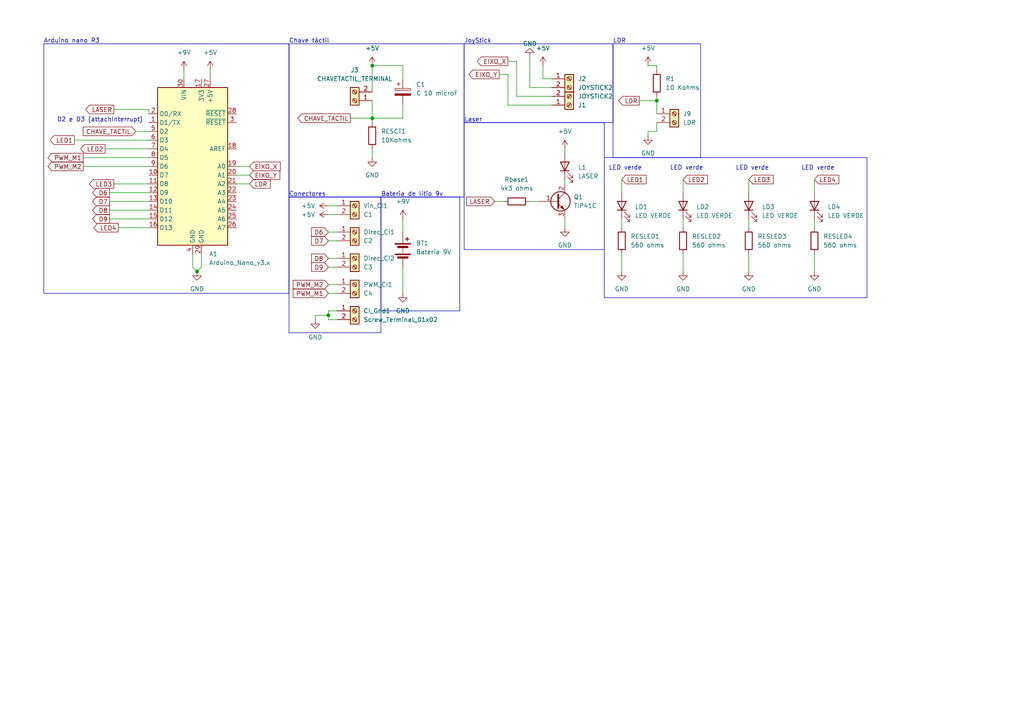
<source format=kicad_sch>
(kicad_sch (version 20230121) (generator eeschema)

  (uuid c80b671b-7d33-4fdb-9580-5cfdd0cd8e41)

  (paper "A4")

  (title_block
    (title "Esquemático")
  )

  (lib_symbols
    (symbol "Connector:Screw_Terminal_01x02" (pin_names (offset 1.016) hide) (in_bom yes) (on_board yes)
      (property "Reference" "J" (at 0 2.54 0)
        (effects (font (size 1.27 1.27)))
      )
      (property "Value" "Screw_Terminal_01x02" (at 0 -5.08 0)
        (effects (font (size 1.27 1.27)))
      )
      (property "Footprint" "" (at 0 0 0)
        (effects (font (size 1.27 1.27)) hide)
      )
      (property "Datasheet" "~" (at 0 0 0)
        (effects (font (size 1.27 1.27)) hide)
      )
      (property "ki_keywords" "screw terminal" (at 0 0 0)
        (effects (font (size 1.27 1.27)) hide)
      )
      (property "ki_description" "Generic screw terminal, single row, 01x02, script generated (kicad-library-utils/schlib/autogen/connector/)" (at 0 0 0)
        (effects (font (size 1.27 1.27)) hide)
      )
      (property "ki_fp_filters" "TerminalBlock*:*" (at 0 0 0)
        (effects (font (size 1.27 1.27)) hide)
      )
      (symbol "Screw_Terminal_01x02_1_1"
        (rectangle (start -1.27 1.27) (end 1.27 -3.81)
          (stroke (width 0.254) (type default))
          (fill (type background))
        )
        (circle (center 0 -2.54) (radius 0.635)
          (stroke (width 0.1524) (type default))
          (fill (type none))
        )
        (polyline
          (pts
            (xy -0.5334 -2.2098)
            (xy 0.3302 -3.048)
          )
          (stroke (width 0.1524) (type default))
          (fill (type none))
        )
        (polyline
          (pts
            (xy -0.5334 0.3302)
            (xy 0.3302 -0.508)
          )
          (stroke (width 0.1524) (type default))
          (fill (type none))
        )
        (polyline
          (pts
            (xy -0.3556 -2.032)
            (xy 0.508 -2.8702)
          )
          (stroke (width 0.1524) (type default))
          (fill (type none))
        )
        (polyline
          (pts
            (xy -0.3556 0.508)
            (xy 0.508 -0.3302)
          )
          (stroke (width 0.1524) (type default))
          (fill (type none))
        )
        (circle (center 0 0) (radius 0.635)
          (stroke (width 0.1524) (type default))
          (fill (type none))
        )
        (pin passive line (at -5.08 0 0) (length 3.81)
          (name "Pin_1" (effects (font (size 1.27 1.27))))
          (number "1" (effects (font (size 1.27 1.27))))
        )
        (pin passive line (at -5.08 -2.54 0) (length 3.81)
          (name "Pin_2" (effects (font (size 1.27 1.27))))
          (number "2" (effects (font (size 1.27 1.27))))
        )
      )
    )
    (symbol "Device:Battery" (pin_numbers hide) (pin_names (offset 0) hide) (in_bom yes) (on_board yes)
      (property "Reference" "BT" (at 2.54 2.54 0)
        (effects (font (size 1.27 1.27)) (justify left))
      )
      (property "Value" "Battery" (at 2.54 0 0)
        (effects (font (size 1.27 1.27)) (justify left))
      )
      (property "Footprint" "" (at 0 1.524 90)
        (effects (font (size 1.27 1.27)) hide)
      )
      (property "Datasheet" "~" (at 0 1.524 90)
        (effects (font (size 1.27 1.27)) hide)
      )
      (property "ki_keywords" "batt voltage-source cell" (at 0 0 0)
        (effects (font (size 1.27 1.27)) hide)
      )
      (property "ki_description" "Multiple-cell battery" (at 0 0 0)
        (effects (font (size 1.27 1.27)) hide)
      )
      (symbol "Battery_0_1"
        (rectangle (start -2.286 -1.27) (end 2.286 -1.524)
          (stroke (width 0) (type default))
          (fill (type outline))
        )
        (rectangle (start -2.286 1.778) (end 2.286 1.524)
          (stroke (width 0) (type default))
          (fill (type outline))
        )
        (rectangle (start -1.524 -2.032) (end 1.524 -2.54)
          (stroke (width 0) (type default))
          (fill (type outline))
        )
        (rectangle (start -1.524 1.016) (end 1.524 0.508)
          (stroke (width 0) (type default))
          (fill (type outline))
        )
        (polyline
          (pts
            (xy 0 -1.016)
            (xy 0 -0.762)
          )
          (stroke (width 0) (type default))
          (fill (type none))
        )
        (polyline
          (pts
            (xy 0 -0.508)
            (xy 0 -0.254)
          )
          (stroke (width 0) (type default))
          (fill (type none))
        )
        (polyline
          (pts
            (xy 0 0)
            (xy 0 0.254)
          )
          (stroke (width 0) (type default))
          (fill (type none))
        )
        (polyline
          (pts
            (xy 0 1.778)
            (xy 0 2.54)
          )
          (stroke (width 0) (type default))
          (fill (type none))
        )
        (polyline
          (pts
            (xy 0.762 3.048)
            (xy 1.778 3.048)
          )
          (stroke (width 0.254) (type default))
          (fill (type none))
        )
        (polyline
          (pts
            (xy 1.27 3.556)
            (xy 1.27 2.54)
          )
          (stroke (width 0.254) (type default))
          (fill (type none))
        )
      )
      (symbol "Battery_1_1"
        (pin passive line (at 0 5.08 270) (length 2.54)
          (name "+" (effects (font (size 1.27 1.27))))
          (number "1" (effects (font (size 1.27 1.27))))
        )
        (pin passive line (at 0 -5.08 90) (length 2.54)
          (name "-" (effects (font (size 1.27 1.27))))
          (number "2" (effects (font (size 1.27 1.27))))
        )
      )
    )
    (symbol "Device:C_Polarized" (pin_numbers hide) (pin_names (offset 0.254)) (in_bom yes) (on_board yes)
      (property "Reference" "C" (at 0.635 2.54 0)
        (effects (font (size 1.27 1.27)) (justify left))
      )
      (property "Value" "C_Polarized" (at 0.635 -2.54 0)
        (effects (font (size 1.27 1.27)) (justify left))
      )
      (property "Footprint" "" (at 0.9652 -3.81 0)
        (effects (font (size 1.27 1.27)) hide)
      )
      (property "Datasheet" "~" (at 0 0 0)
        (effects (font (size 1.27 1.27)) hide)
      )
      (property "ki_keywords" "cap capacitor" (at 0 0 0)
        (effects (font (size 1.27 1.27)) hide)
      )
      (property "ki_description" "Polarized capacitor" (at 0 0 0)
        (effects (font (size 1.27 1.27)) hide)
      )
      (property "ki_fp_filters" "CP_*" (at 0 0 0)
        (effects (font (size 1.27 1.27)) hide)
      )
      (symbol "C_Polarized_0_1"
        (rectangle (start -2.286 0.508) (end 2.286 1.016)
          (stroke (width 0) (type default))
          (fill (type none))
        )
        (polyline
          (pts
            (xy -1.778 2.286)
            (xy -0.762 2.286)
          )
          (stroke (width 0) (type default))
          (fill (type none))
        )
        (polyline
          (pts
            (xy -1.27 2.794)
            (xy -1.27 1.778)
          )
          (stroke (width 0) (type default))
          (fill (type none))
        )
        (rectangle (start 2.286 -0.508) (end -2.286 -1.016)
          (stroke (width 0) (type default))
          (fill (type outline))
        )
      )
      (symbol "C_Polarized_1_1"
        (pin passive line (at 0 3.81 270) (length 2.794)
          (name "~" (effects (font (size 1.27 1.27))))
          (number "1" (effects (font (size 1.27 1.27))))
        )
        (pin passive line (at 0 -3.81 90) (length 2.794)
          (name "~" (effects (font (size 1.27 1.27))))
          (number "2" (effects (font (size 1.27 1.27))))
        )
      )
    )
    (symbol "Device:LED" (pin_numbers hide) (pin_names (offset 1.016) hide) (in_bom yes) (on_board yes)
      (property "Reference" "D" (at 0 2.54 0)
        (effects (font (size 1.27 1.27)))
      )
      (property "Value" "LED" (at 0 -2.54 0)
        (effects (font (size 1.27 1.27)))
      )
      (property "Footprint" "" (at 0 0 0)
        (effects (font (size 1.27 1.27)) hide)
      )
      (property "Datasheet" "~" (at 0 0 0)
        (effects (font (size 1.27 1.27)) hide)
      )
      (property "ki_keywords" "LED diode" (at 0 0 0)
        (effects (font (size 1.27 1.27)) hide)
      )
      (property "ki_description" "Light emitting diode" (at 0 0 0)
        (effects (font (size 1.27 1.27)) hide)
      )
      (property "ki_fp_filters" "LED* LED_SMD:* LED_THT:*" (at 0 0 0)
        (effects (font (size 1.27 1.27)) hide)
      )
      (symbol "LED_0_1"
        (polyline
          (pts
            (xy -1.27 -1.27)
            (xy -1.27 1.27)
          )
          (stroke (width 0.254) (type default))
          (fill (type none))
        )
        (polyline
          (pts
            (xy -1.27 0)
            (xy 1.27 0)
          )
          (stroke (width 0) (type default))
          (fill (type none))
        )
        (polyline
          (pts
            (xy 1.27 -1.27)
            (xy 1.27 1.27)
            (xy -1.27 0)
            (xy 1.27 -1.27)
          )
          (stroke (width 0.254) (type default))
          (fill (type none))
        )
        (polyline
          (pts
            (xy -3.048 -0.762)
            (xy -4.572 -2.286)
            (xy -3.81 -2.286)
            (xy -4.572 -2.286)
            (xy -4.572 -1.524)
          )
          (stroke (width 0) (type default))
          (fill (type none))
        )
        (polyline
          (pts
            (xy -1.778 -0.762)
            (xy -3.302 -2.286)
            (xy -2.54 -2.286)
            (xy -3.302 -2.286)
            (xy -3.302 -1.524)
          )
          (stroke (width 0) (type default))
          (fill (type none))
        )
      )
      (symbol "LED_1_1"
        (pin passive line (at -3.81 0 0) (length 2.54)
          (name "K" (effects (font (size 1.27 1.27))))
          (number "1" (effects (font (size 1.27 1.27))))
        )
        (pin passive line (at 3.81 0 180) (length 2.54)
          (name "A" (effects (font (size 1.27 1.27))))
          (number "2" (effects (font (size 1.27 1.27))))
        )
      )
    )
    (symbol "Device:R" (pin_numbers hide) (pin_names (offset 0)) (in_bom yes) (on_board yes)
      (property "Reference" "R" (at 2.032 0 90)
        (effects (font (size 1.27 1.27)))
      )
      (property "Value" "R" (at 0 0 90)
        (effects (font (size 1.27 1.27)))
      )
      (property "Footprint" "" (at -1.778 0 90)
        (effects (font (size 1.27 1.27)) hide)
      )
      (property "Datasheet" "~" (at 0 0 0)
        (effects (font (size 1.27 1.27)) hide)
      )
      (property "ki_keywords" "R res resistor" (at 0 0 0)
        (effects (font (size 1.27 1.27)) hide)
      )
      (property "ki_description" "Resistor" (at 0 0 0)
        (effects (font (size 1.27 1.27)) hide)
      )
      (property "ki_fp_filters" "R_*" (at 0 0 0)
        (effects (font (size 1.27 1.27)) hide)
      )
      (symbol "R_0_1"
        (rectangle (start -1.016 -2.54) (end 1.016 2.54)
          (stroke (width 0.254) (type default))
          (fill (type none))
        )
      )
      (symbol "R_1_1"
        (pin passive line (at 0 3.81 270) (length 1.27)
          (name "~" (effects (font (size 1.27 1.27))))
          (number "1" (effects (font (size 1.27 1.27))))
        )
        (pin passive line (at 0 -3.81 90) (length 1.27)
          (name "~" (effects (font (size 1.27 1.27))))
          (number "2" (effects (font (size 1.27 1.27))))
        )
      )
    )
    (symbol "MCU_Module:Arduino_Nano_v3.x" (in_bom yes) (on_board yes)
      (property "Reference" "A" (at -10.16 23.495 0)
        (effects (font (size 1.27 1.27)) (justify left bottom))
      )
      (property "Value" "Arduino_Nano_v3.x" (at 5.08 -24.13 0)
        (effects (font (size 1.27 1.27)) (justify left top))
      )
      (property "Footprint" "Module:Arduino_Nano" (at 0 0 0)
        (effects (font (size 1.27 1.27) italic) hide)
      )
      (property "Datasheet" "http://www.mouser.com/pdfdocs/Gravitech_Arduino_Nano3_0.pdf" (at 0 0 0)
        (effects (font (size 1.27 1.27)) hide)
      )
      (property "ki_keywords" "Arduino nano microcontroller module USB" (at 0 0 0)
        (effects (font (size 1.27 1.27)) hide)
      )
      (property "ki_description" "Arduino Nano v3.x" (at 0 0 0)
        (effects (font (size 1.27 1.27)) hide)
      )
      (property "ki_fp_filters" "Arduino*Nano*" (at 0 0 0)
        (effects (font (size 1.27 1.27)) hide)
      )
      (symbol "Arduino_Nano_v3.x_0_1"
        (rectangle (start -10.16 22.86) (end 10.16 -22.86)
          (stroke (width 0.254) (type default))
          (fill (type background))
        )
      )
      (symbol "Arduino_Nano_v3.x_1_1"
        (pin bidirectional line (at -12.7 12.7 0) (length 2.54)
          (name "D1/TX" (effects (font (size 1.27 1.27))))
          (number "1" (effects (font (size 1.27 1.27))))
        )
        (pin bidirectional line (at -12.7 -2.54 0) (length 2.54)
          (name "D7" (effects (font (size 1.27 1.27))))
          (number "10" (effects (font (size 1.27 1.27))))
        )
        (pin bidirectional line (at -12.7 -5.08 0) (length 2.54)
          (name "D8" (effects (font (size 1.27 1.27))))
          (number "11" (effects (font (size 1.27 1.27))))
        )
        (pin bidirectional line (at -12.7 -7.62 0) (length 2.54)
          (name "D9" (effects (font (size 1.27 1.27))))
          (number "12" (effects (font (size 1.27 1.27))))
        )
        (pin bidirectional line (at -12.7 -10.16 0) (length 2.54)
          (name "D10" (effects (font (size 1.27 1.27))))
          (number "13" (effects (font (size 1.27 1.27))))
        )
        (pin bidirectional line (at -12.7 -12.7 0) (length 2.54)
          (name "D11" (effects (font (size 1.27 1.27))))
          (number "14" (effects (font (size 1.27 1.27))))
        )
        (pin bidirectional line (at -12.7 -15.24 0) (length 2.54)
          (name "D12" (effects (font (size 1.27 1.27))))
          (number "15" (effects (font (size 1.27 1.27))))
        )
        (pin bidirectional line (at -12.7 -17.78 0) (length 2.54)
          (name "D13" (effects (font (size 1.27 1.27))))
          (number "16" (effects (font (size 1.27 1.27))))
        )
        (pin power_out line (at 2.54 25.4 270) (length 2.54)
          (name "3V3" (effects (font (size 1.27 1.27))))
          (number "17" (effects (font (size 1.27 1.27))))
        )
        (pin input line (at 12.7 5.08 180) (length 2.54)
          (name "AREF" (effects (font (size 1.27 1.27))))
          (number "18" (effects (font (size 1.27 1.27))))
        )
        (pin bidirectional line (at 12.7 0 180) (length 2.54)
          (name "A0" (effects (font (size 1.27 1.27))))
          (number "19" (effects (font (size 1.27 1.27))))
        )
        (pin bidirectional line (at -12.7 15.24 0) (length 2.54)
          (name "D0/RX" (effects (font (size 1.27 1.27))))
          (number "2" (effects (font (size 1.27 1.27))))
        )
        (pin bidirectional line (at 12.7 -2.54 180) (length 2.54)
          (name "A1" (effects (font (size 1.27 1.27))))
          (number "20" (effects (font (size 1.27 1.27))))
        )
        (pin bidirectional line (at 12.7 -5.08 180) (length 2.54)
          (name "A2" (effects (font (size 1.27 1.27))))
          (number "21" (effects (font (size 1.27 1.27))))
        )
        (pin bidirectional line (at 12.7 -7.62 180) (length 2.54)
          (name "A3" (effects (font (size 1.27 1.27))))
          (number "22" (effects (font (size 1.27 1.27))))
        )
        (pin bidirectional line (at 12.7 -10.16 180) (length 2.54)
          (name "A4" (effects (font (size 1.27 1.27))))
          (number "23" (effects (font (size 1.27 1.27))))
        )
        (pin bidirectional line (at 12.7 -12.7 180) (length 2.54)
          (name "A5" (effects (font (size 1.27 1.27))))
          (number "24" (effects (font (size 1.27 1.27))))
        )
        (pin bidirectional line (at 12.7 -15.24 180) (length 2.54)
          (name "A6" (effects (font (size 1.27 1.27))))
          (number "25" (effects (font (size 1.27 1.27))))
        )
        (pin bidirectional line (at 12.7 -17.78 180) (length 2.54)
          (name "A7" (effects (font (size 1.27 1.27))))
          (number "26" (effects (font (size 1.27 1.27))))
        )
        (pin power_out line (at 5.08 25.4 270) (length 2.54)
          (name "+5V" (effects (font (size 1.27 1.27))))
          (number "27" (effects (font (size 1.27 1.27))))
        )
        (pin input line (at 12.7 15.24 180) (length 2.54)
          (name "~{RESET}" (effects (font (size 1.27 1.27))))
          (number "28" (effects (font (size 1.27 1.27))))
        )
        (pin power_in line (at 2.54 -25.4 90) (length 2.54)
          (name "GND" (effects (font (size 1.27 1.27))))
          (number "29" (effects (font (size 1.27 1.27))))
        )
        (pin input line (at 12.7 12.7 180) (length 2.54)
          (name "~{RESET}" (effects (font (size 1.27 1.27))))
          (number "3" (effects (font (size 1.27 1.27))))
        )
        (pin power_in line (at -2.54 25.4 270) (length 2.54)
          (name "VIN" (effects (font (size 1.27 1.27))))
          (number "30" (effects (font (size 1.27 1.27))))
        )
        (pin power_in line (at 0 -25.4 90) (length 2.54)
          (name "GND" (effects (font (size 1.27 1.27))))
          (number "4" (effects (font (size 1.27 1.27))))
        )
        (pin bidirectional line (at -12.7 10.16 0) (length 2.54)
          (name "D2" (effects (font (size 1.27 1.27))))
          (number "5" (effects (font (size 1.27 1.27))))
        )
        (pin bidirectional line (at -12.7 7.62 0) (length 2.54)
          (name "D3" (effects (font (size 1.27 1.27))))
          (number "6" (effects (font (size 1.27 1.27))))
        )
        (pin bidirectional line (at -12.7 5.08 0) (length 2.54)
          (name "D4" (effects (font (size 1.27 1.27))))
          (number "7" (effects (font (size 1.27 1.27))))
        )
        (pin bidirectional line (at -12.7 2.54 0) (length 2.54)
          (name "D5" (effects (font (size 1.27 1.27))))
          (number "8" (effects (font (size 1.27 1.27))))
        )
        (pin bidirectional line (at -12.7 0 0) (length 2.54)
          (name "D6" (effects (font (size 1.27 1.27))))
          (number "9" (effects (font (size 1.27 1.27))))
        )
      )
    )
    (symbol "Transistor_BJT:TIP41C" (pin_names (offset 0) hide) (in_bom yes) (on_board yes)
      (property "Reference" "Q" (at 6.35 1.905 0)
        (effects (font (size 1.27 1.27)) (justify left))
      )
      (property "Value" "TIP41C" (at 6.35 0 0)
        (effects (font (size 1.27 1.27)) (justify left))
      )
      (property "Footprint" "Package_TO_SOT_THT:TO-220-3_Vertical" (at 6.35 -1.905 0)
        (effects (font (size 1.27 1.27) italic) (justify left) hide)
      )
      (property "Datasheet" "https://www.centralsemi.com/get_document.php?cmp=1&mergetype=pd&mergepath=pd&pdf_id=tip41.PDF" (at 0 0 0)
        (effects (font (size 1.27 1.27)) (justify left) hide)
      )
      (property "ki_keywords" "power NPN Transistor" (at 0 0 0)
        (effects (font (size 1.27 1.27)) hide)
      )
      (property "ki_description" "6A Ic, 100V Vce, Power NPN Transistor, TO-220" (at 0 0 0)
        (effects (font (size 1.27 1.27)) hide)
      )
      (property "ki_fp_filters" "TO?220*" (at 0 0 0)
        (effects (font (size 1.27 1.27)) hide)
      )
      (symbol "TIP41C_0_1"
        (polyline
          (pts
            (xy 0.635 0.635)
            (xy 2.54 2.54)
          )
          (stroke (width 0) (type default))
          (fill (type none))
        )
        (polyline
          (pts
            (xy 0.635 -0.635)
            (xy 2.54 -2.54)
            (xy 2.54 -2.54)
          )
          (stroke (width 0) (type default))
          (fill (type none))
        )
        (polyline
          (pts
            (xy 0.635 1.905)
            (xy 0.635 -1.905)
            (xy 0.635 -1.905)
          )
          (stroke (width 0.508) (type default))
          (fill (type none))
        )
        (polyline
          (pts
            (xy 1.27 -1.778)
            (xy 1.778 -1.27)
            (xy 2.286 -2.286)
            (xy 1.27 -1.778)
            (xy 1.27 -1.778)
          )
          (stroke (width 0) (type default))
          (fill (type outline))
        )
        (circle (center 1.27 0) (radius 2.8194)
          (stroke (width 0.254) (type default))
          (fill (type none))
        )
      )
      (symbol "TIP41C_1_1"
        (pin input line (at -5.08 0 0) (length 5.715)
          (name "B" (effects (font (size 1.27 1.27))))
          (number "1" (effects (font (size 1.27 1.27))))
        )
        (pin passive line (at 2.54 5.08 270) (length 2.54)
          (name "C" (effects (font (size 1.27 1.27))))
          (number "2" (effects (font (size 1.27 1.27))))
        )
        (pin passive line (at 2.54 -5.08 90) (length 2.54)
          (name "E" (effects (font (size 1.27 1.27))))
          (number "3" (effects (font (size 1.27 1.27))))
        )
      )
    )
    (symbol "power:+5V" (power) (pin_names (offset 0)) (in_bom yes) (on_board yes)
      (property "Reference" "#PWR" (at 0 -3.81 0)
        (effects (font (size 1.27 1.27)) hide)
      )
      (property "Value" "+5V" (at 0 3.556 0)
        (effects (font (size 1.27 1.27)))
      )
      (property "Footprint" "" (at 0 0 0)
        (effects (font (size 1.27 1.27)) hide)
      )
      (property "Datasheet" "" (at 0 0 0)
        (effects (font (size 1.27 1.27)) hide)
      )
      (property "ki_keywords" "global power" (at 0 0 0)
        (effects (font (size 1.27 1.27)) hide)
      )
      (property "ki_description" "Power symbol creates a global label with name \"+5V\"" (at 0 0 0)
        (effects (font (size 1.27 1.27)) hide)
      )
      (symbol "+5V_0_1"
        (polyline
          (pts
            (xy -0.762 1.27)
            (xy 0 2.54)
          )
          (stroke (width 0) (type default))
          (fill (type none))
        )
        (polyline
          (pts
            (xy 0 0)
            (xy 0 2.54)
          )
          (stroke (width 0) (type default))
          (fill (type none))
        )
        (polyline
          (pts
            (xy 0 2.54)
            (xy 0.762 1.27)
          )
          (stroke (width 0) (type default))
          (fill (type none))
        )
      )
      (symbol "+5V_1_1"
        (pin power_in line (at 0 0 90) (length 0) hide
          (name "+5V" (effects (font (size 1.27 1.27))))
          (number "1" (effects (font (size 1.27 1.27))))
        )
      )
    )
    (symbol "power:+9V" (power) (pin_names (offset 0)) (in_bom yes) (on_board yes)
      (property "Reference" "#PWR" (at 0 -3.81 0)
        (effects (font (size 1.27 1.27)) hide)
      )
      (property "Value" "+9V" (at 0 3.556 0)
        (effects (font (size 1.27 1.27)))
      )
      (property "Footprint" "" (at 0 0 0)
        (effects (font (size 1.27 1.27)) hide)
      )
      (property "Datasheet" "" (at 0 0 0)
        (effects (font (size 1.27 1.27)) hide)
      )
      (property "ki_keywords" "global power" (at 0 0 0)
        (effects (font (size 1.27 1.27)) hide)
      )
      (property "ki_description" "Power symbol creates a global label with name \"+9V\"" (at 0 0 0)
        (effects (font (size 1.27 1.27)) hide)
      )
      (symbol "+9V_0_1"
        (polyline
          (pts
            (xy -0.762 1.27)
            (xy 0 2.54)
          )
          (stroke (width 0) (type default))
          (fill (type none))
        )
        (polyline
          (pts
            (xy 0 0)
            (xy 0 2.54)
          )
          (stroke (width 0) (type default))
          (fill (type none))
        )
        (polyline
          (pts
            (xy 0 2.54)
            (xy 0.762 1.27)
          )
          (stroke (width 0) (type default))
          (fill (type none))
        )
      )
      (symbol "+9V_1_1"
        (pin power_in line (at 0 0 90) (length 0) hide
          (name "+9V" (effects (font (size 1.27 1.27))))
          (number "1" (effects (font (size 1.27 1.27))))
        )
      )
    )
    (symbol "power:GND" (power) (pin_names (offset 0)) (in_bom yes) (on_board yes)
      (property "Reference" "#PWR" (at 0 -6.35 0)
        (effects (font (size 1.27 1.27)) hide)
      )
      (property "Value" "GND" (at 0 -3.81 0)
        (effects (font (size 1.27 1.27)))
      )
      (property "Footprint" "" (at 0 0 0)
        (effects (font (size 1.27 1.27)) hide)
      )
      (property "Datasheet" "" (at 0 0 0)
        (effects (font (size 1.27 1.27)) hide)
      )
      (property "ki_keywords" "global power" (at 0 0 0)
        (effects (font (size 1.27 1.27)) hide)
      )
      (property "ki_description" "Power symbol creates a global label with name \"GND\" , ground" (at 0 0 0)
        (effects (font (size 1.27 1.27)) hide)
      )
      (symbol "GND_0_1"
        (polyline
          (pts
            (xy 0 0)
            (xy 0 -1.27)
            (xy 1.27 -1.27)
            (xy 0 -2.54)
            (xy -1.27 -1.27)
            (xy 0 -1.27)
          )
          (stroke (width 0) (type default))
          (fill (type none))
        )
      )
      (symbol "GND_1_1"
        (pin power_in line (at 0 0 270) (length 0) hide
          (name "GND" (effects (font (size 1.27 1.27))))
          (number "1" (effects (font (size 1.27 1.27))))
        )
      )
    )
  )

  (junction (at 95.25 91.44) (diameter 0) (color 0 0 0 0)
    (uuid 241337d9-37dc-4ddc-9ec0-308e75e4b6ce)
  )
  (junction (at 190.5 29.21) (diameter 0) (color 0 0 0 0)
    (uuid 5fba54d4-f329-42c4-8e77-0c8d4c235473)
  )
  (junction (at 57.15 78.74) (diameter 0) (color 0 0 0 0)
    (uuid 9f6d2f2c-d53e-4d2e-a651-21c62517ab00)
  )
  (junction (at 107.95 34.29) (diameter 0) (color 0 0 0 0)
    (uuid a9e8098d-5e8c-4d8a-8fbf-4ec9f4ffa889)
  )
  (junction (at 107.95 19.05) (diameter 0) (color 0 0 0 0)
    (uuid f840c4a8-0478-4074-a033-3cf5ef71a65e)
  )

  (wire (pts (xy 95.25 92.71) (xy 97.79 92.71))
    (stroke (width 0) (type default))
    (uuid 01627be4-43e6-4628-a367-53ef2d72313b)
  )
  (wire (pts (xy 163.83 52.07) (xy 163.83 53.34))
    (stroke (width 0) (type default))
    (uuid 01858154-3bed-49f3-bfc0-978deaef53f2)
  )
  (wire (pts (xy 107.95 34.29) (xy 116.84 34.29))
    (stroke (width 0) (type default))
    (uuid 02879113-c584-4613-b296-4f0ec3e7d07d)
  )
  (wire (pts (xy 68.58 48.26) (xy 72.39 48.26))
    (stroke (width 0) (type default))
    (uuid 058e20b6-8c72-46d8-aeca-4ae6858cce34)
  )
  (wire (pts (xy 149.86 27.94) (xy 149.86 17.78))
    (stroke (width 0) (type default))
    (uuid 06f1e8a0-ddc6-4b19-85ed-e2ddb858b35b)
  )
  (wire (pts (xy 187.96 38.1) (xy 190.5 38.1))
    (stroke (width 0) (type default))
    (uuid 0968db01-71c0-412d-98dd-b714e2025ae5)
  )
  (wire (pts (xy 187.96 19.05) (xy 190.5 19.05))
    (stroke (width 0) (type default))
    (uuid 0c744b6f-ce3a-4be8-a4ec-4960f772727a)
  )
  (wire (pts (xy 116.84 63.5) (xy 116.84 67.31))
    (stroke (width 0) (type default))
    (uuid 0f0aecf2-0774-4a06-8a97-88830e021323)
  )
  (wire (pts (xy 31.75 55.88) (xy 43.18 55.88))
    (stroke (width 0) (type default))
    (uuid 12432adc-c3ee-4190-8dc9-9112ae7e695e)
  )
  (wire (pts (xy 95.25 91.44) (xy 95.25 92.71))
    (stroke (width 0) (type default))
    (uuid 128aa9f5-1edd-4b3b-ba57-ec595175734f)
  )
  (wire (pts (xy 160.02 27.94) (xy 149.86 27.94))
    (stroke (width 0) (type default))
    (uuid 139bd772-b8da-4747-ac28-4dbbf89a7bdc)
  )
  (wire (pts (xy 190.5 35.56) (xy 190.5 38.1))
    (stroke (width 0) (type default))
    (uuid 14204b4b-ca79-4dfc-9a14-80a73cbb02de)
  )
  (wire (pts (xy 60.96 20.32) (xy 60.96 22.86))
    (stroke (width 0) (type default))
    (uuid 14c60600-3248-4739-9d03-edfd9aa3c16f)
  )
  (wire (pts (xy 198.12 63.5) (xy 198.12 66.04))
    (stroke (width 0) (type default))
    (uuid 1820c571-77c4-465e-bb63-ad2d02fe7e53)
  )
  (wire (pts (xy 157.48 19.05) (xy 157.48 22.86))
    (stroke (width 0) (type default))
    (uuid 1d034fc3-23a6-4be3-ac48-f8635be1b581)
  )
  (wire (pts (xy 107.95 19.05) (xy 107.95 26.67))
    (stroke (width 0) (type default))
    (uuid 1d21bb9e-d3d3-4c6d-b918-523702b57912)
  )
  (wire (pts (xy 31.75 63.5) (xy 43.18 63.5))
    (stroke (width 0) (type default))
    (uuid 30b55ca4-1548-467d-a2f6-801ee0496b26)
  )
  (wire (pts (xy 53.34 20.32) (xy 53.34 22.86))
    (stroke (width 0) (type default))
    (uuid 32a76e0d-0eaa-42f6-b8b0-d223a32b7333)
  )
  (wire (pts (xy 153.67 58.42) (xy 156.21 58.42))
    (stroke (width 0) (type default))
    (uuid 341c8296-06ad-4407-8bec-1430a4c96628)
  )
  (wire (pts (xy 153.67 25.4) (xy 160.02 25.4))
    (stroke (width 0) (type default))
    (uuid 345bfa18-862e-42fa-a398-fd0a09b3878b)
  )
  (wire (pts (xy 95.25 69.85) (xy 97.79 69.85))
    (stroke (width 0) (type default))
    (uuid 3769cb47-12b8-4781-9f13-cac4188cd8b7)
  )
  (wire (pts (xy 33.02 53.34) (xy 43.18 53.34))
    (stroke (width 0) (type default))
    (uuid 3819e52c-ef38-45ce-b2e5-128a7bc8f9f2)
  )
  (wire (pts (xy 95.25 67.31) (xy 97.79 67.31))
    (stroke (width 0) (type default))
    (uuid 392d4557-60b4-4119-9814-eb6c930c3213)
  )
  (wire (pts (xy 39.37 38.1) (xy 43.18 38.1))
    (stroke (width 0) (type default))
    (uuid 3e8ab0c9-ef4e-48a2-bf7e-4ddb9ec2ebe6)
  )
  (wire (pts (xy 95.25 74.93) (xy 97.79 74.93))
    (stroke (width 0) (type default))
    (uuid 41524711-ec5c-4e83-a7dc-4b237fea9628)
  )
  (wire (pts (xy 143.51 58.42) (xy 146.05 58.42))
    (stroke (width 0) (type default))
    (uuid 43a58b9c-f36c-4feb-a335-5bc1f1463020)
  )
  (wire (pts (xy 24.13 45.72) (xy 43.18 45.72))
    (stroke (width 0) (type default))
    (uuid 44ee09dc-042e-455a-8e9b-7e80ef684288)
  )
  (wire (pts (xy 116.84 30.48) (xy 116.84 34.29))
    (stroke (width 0) (type default))
    (uuid 470ee1b6-65d4-41de-81e8-bcd609c1ef7d)
  )
  (wire (pts (xy 180.34 52.07) (xy 180.34 55.88))
    (stroke (width 0) (type default))
    (uuid 478d9c13-31ab-4f65-9df9-e13d7659da4a)
  )
  (wire (pts (xy 95.25 82.55) (xy 97.79 82.55))
    (stroke (width 0) (type default))
    (uuid 4f288c0c-dfa6-4adc-bfcb-9f4c19129558)
  )
  (wire (pts (xy 157.48 22.86) (xy 160.02 22.86))
    (stroke (width 0) (type default))
    (uuid 4fdd7568-f870-4b38-b952-26d64807ecbf)
  )
  (wire (pts (xy 217.17 63.5) (xy 217.17 66.04))
    (stroke (width 0) (type default))
    (uuid 5380d20a-4b8b-47bc-9be2-2296dc19acc9)
  )
  (wire (pts (xy 55.88 73.66) (xy 55.88 77.47))
    (stroke (width 0) (type default))
    (uuid 549b7cdc-92fc-4972-94ab-790ccf402b22)
  )
  (wire (pts (xy 107.95 34.29) (xy 107.95 35.56))
    (stroke (width 0) (type default))
    (uuid 54a9079d-25c2-441b-ae5f-893454c17f0f)
  )
  (wire (pts (xy 33.02 31.75) (xy 43.18 31.75))
    (stroke (width 0) (type default))
    (uuid 569e71cb-d5d6-4cad-addb-ef4ed1e681a3)
  )
  (wire (pts (xy 21.59 40.64) (xy 43.18 40.64))
    (stroke (width 0) (type default))
    (uuid 5923f1a8-50fe-47df-8480-169c1412c750)
  )
  (wire (pts (xy 236.22 73.66) (xy 236.22 78.74))
    (stroke (width 0) (type default))
    (uuid 59af367c-d582-44d3-880d-6da55fcd7011)
  )
  (wire (pts (xy 144.78 21.59) (xy 147.32 21.59))
    (stroke (width 0) (type default))
    (uuid 5a9aee4a-af14-4930-9b06-6fab19608916)
  )
  (wire (pts (xy 101.6 34.29) (xy 107.95 34.29))
    (stroke (width 0) (type default))
    (uuid 5d62776f-1326-4f95-801c-7d5ae86ab672)
  )
  (wire (pts (xy 55.88 77.47) (xy 57.15 78.74))
    (stroke (width 0) (type default))
    (uuid 5f10f88b-0b10-4c14-b341-748af95f18ef)
  )
  (wire (pts (xy 190.5 27.94) (xy 190.5 29.21))
    (stroke (width 0) (type default))
    (uuid 66ff877c-1fa2-4c59-90b4-45697628949c)
  )
  (wire (pts (xy 236.22 63.5) (xy 236.22 66.04))
    (stroke (width 0) (type default))
    (uuid 691a40ec-caaa-4d71-9562-f6c8b4e4b1ce)
  )
  (wire (pts (xy 68.58 53.34) (xy 72.39 53.34))
    (stroke (width 0) (type default))
    (uuid 7475ff3d-d053-4c5e-83b3-d50e40d09767)
  )
  (wire (pts (xy 68.58 50.8) (xy 72.39 50.8))
    (stroke (width 0) (type default))
    (uuid 7b90c5a5-03e8-4673-9d35-b9270b898850)
  )
  (wire (pts (xy 217.17 52.07) (xy 217.17 55.88))
    (stroke (width 0) (type default))
    (uuid 7d17c0bd-b004-486a-940d-a51b5f3cacff)
  )
  (wire (pts (xy 107.95 29.21) (xy 107.95 34.29))
    (stroke (width 0) (type default))
    (uuid 80a70bad-f2ef-4244-8998-904c7d0b4531)
  )
  (wire (pts (xy 180.34 63.5) (xy 180.34 66.04))
    (stroke (width 0) (type default))
    (uuid 82810a85-58c9-4933-b0dd-906ae4e21d58)
  )
  (wire (pts (xy 147.32 17.78) (xy 149.86 17.78))
    (stroke (width 0) (type default))
    (uuid 87aa1fb2-2f25-48a7-9039-8d8490e6ccbe)
  )
  (wire (pts (xy 24.13 48.26) (xy 43.18 48.26))
    (stroke (width 0) (type default))
    (uuid 8f41577b-cdcc-486e-8d57-089221b622e4)
  )
  (wire (pts (xy 236.22 52.07) (xy 236.22 55.88))
    (stroke (width 0) (type default))
    (uuid 9187f011-9e1c-4a6b-8c59-d3887e41eedf)
  )
  (wire (pts (xy 58.42 77.47) (xy 57.15 78.74))
    (stroke (width 0) (type default))
    (uuid 91be8a58-f3ee-40e7-a67c-222b26050246)
  )
  (wire (pts (xy 180.34 73.66) (xy 180.34 78.74))
    (stroke (width 0) (type default))
    (uuid 9857dfab-639e-4e64-a6a2-48992bacc04a)
  )
  (wire (pts (xy 163.83 63.5) (xy 163.83 66.04))
    (stroke (width 0) (type default))
    (uuid 9b588d9c-331b-444e-97cb-44927b4f4612)
  )
  (wire (pts (xy 31.75 58.42) (xy 43.18 58.42))
    (stroke (width 0) (type default))
    (uuid 9eeceee5-e562-4b7f-b326-5e60275d2025)
  )
  (wire (pts (xy 163.83 43.18) (xy 163.83 44.45))
    (stroke (width 0) (type default))
    (uuid a216315d-3adc-41fe-aaab-8fcbdc83ff86)
  )
  (wire (pts (xy 153.67 16.51) (xy 153.67 25.4))
    (stroke (width 0) (type default))
    (uuid a4e3b07b-1237-4d73-9cf5-8c749b7a21e2)
  )
  (wire (pts (xy 95.25 77.47) (xy 97.79 77.47))
    (stroke (width 0) (type default))
    (uuid a8e228be-c1df-4cc9-a47a-f839553c709a)
  )
  (wire (pts (xy 160.02 30.48) (xy 147.32 30.48))
    (stroke (width 0) (type default))
    (uuid ac8e86d0-3c03-4d22-bd71-e81dba385667)
  )
  (wire (pts (xy 185.42 29.21) (xy 190.5 29.21))
    (stroke (width 0) (type default))
    (uuid aca5ecb0-cae3-4402-aeb8-3b44055e6a0e)
  )
  (wire (pts (xy 34.29 66.04) (xy 43.18 66.04))
    (stroke (width 0) (type default))
    (uuid ae3ae114-4c2f-4d99-b84d-77d928be8429)
  )
  (wire (pts (xy 190.5 29.21) (xy 190.5 33.02))
    (stroke (width 0) (type default))
    (uuid aee115ca-196c-418f-8595-c99a9d601a40)
  )
  (wire (pts (xy 190.5 19.05) (xy 190.5 20.32))
    (stroke (width 0) (type default))
    (uuid afaf4c96-9962-43f9-8e17-11901f57f150)
  )
  (wire (pts (xy 95.25 90.17) (xy 97.79 90.17))
    (stroke (width 0) (type default))
    (uuid b05e3f2e-33b8-48d7-81a0-1506a1da11bf)
  )
  (wire (pts (xy 95.25 59.69) (xy 97.79 59.69))
    (stroke (width 0) (type default))
    (uuid b43b5c83-996d-4f74-9b15-0e2d2906b8c8)
  )
  (wire (pts (xy 198.12 73.66) (xy 198.12 78.74))
    (stroke (width 0) (type default))
    (uuid bd91cfac-8e82-4761-9cf4-86afe55e62bb)
  )
  (wire (pts (xy 116.84 19.05) (xy 116.84 22.86))
    (stroke (width 0) (type default))
    (uuid be783cee-cef8-4408-b26e-982cbf9a69b2)
  )
  (wire (pts (xy 95.25 62.23) (xy 97.79 62.23))
    (stroke (width 0) (type default))
    (uuid c6b3b0b5-323d-415c-bcca-b71153b30073)
  )
  (wire (pts (xy 217.17 73.66) (xy 217.17 78.74))
    (stroke (width 0) (type default))
    (uuid c90da689-c0b1-463f-a129-ac2672ad46d2)
  )
  (wire (pts (xy 95.25 85.09) (xy 97.79 85.09))
    (stroke (width 0) (type default))
    (uuid cfe16f0e-96b1-4322-a933-dbbd896c5a74)
  )
  (wire (pts (xy 147.32 21.59) (xy 147.32 30.48))
    (stroke (width 0) (type default))
    (uuid d605cf51-19d0-4537-9578-bdcefb9b1f3d)
  )
  (wire (pts (xy 91.44 91.44) (xy 91.44 92.71))
    (stroke (width 0) (type default))
    (uuid d6d993de-2812-42a1-b3c8-84ad95c7aa70)
  )
  (wire (pts (xy 107.95 43.18) (xy 107.95 45.72))
    (stroke (width 0) (type default))
    (uuid d70a8e77-25eb-4695-bc34-5e2bbab5ee32)
  )
  (wire (pts (xy 198.12 52.07) (xy 198.12 55.88))
    (stroke (width 0) (type default))
    (uuid d74fbf05-a7a4-4595-96a9-a12273dcd5c8)
  )
  (wire (pts (xy 187.96 38.1) (xy 187.96 39.37))
    (stroke (width 0) (type default))
    (uuid e2b67d79-b7c2-4a54-b3fb-8955ba6d1b33)
  )
  (wire (pts (xy 31.75 60.96) (xy 43.18 60.96))
    (stroke (width 0) (type default))
    (uuid e6ac0a61-ffb3-4db0-b23b-c3924df96881)
  )
  (wire (pts (xy 95.25 90.17) (xy 95.25 91.44))
    (stroke (width 0) (type default))
    (uuid f0557139-a512-4f37-8c4a-6cac9b1af0ed)
  )
  (wire (pts (xy 58.42 73.66) (xy 58.42 77.47))
    (stroke (width 0) (type default))
    (uuid f114b8c4-d08a-4770-804c-82ce3b5b09e7)
  )
  (wire (pts (xy 107.95 19.05) (xy 116.84 19.05))
    (stroke (width 0) (type default))
    (uuid f3d04470-0169-48e9-acdc-816feb99ac6f)
  )
  (wire (pts (xy 116.84 77.47) (xy 116.84 85.09))
    (stroke (width 0) (type default))
    (uuid f7a8fc45-f1a0-4390-a8e3-74cd6a6557e3)
  )
  (wire (pts (xy 30.48 43.18) (xy 43.18 43.18))
    (stroke (width 0) (type default))
    (uuid f8796475-092f-4516-8709-70295cd79bfe)
  )
  (wire (pts (xy 91.44 91.44) (xy 95.25 91.44))
    (stroke (width 0) (type default))
    (uuid faf45ab1-f074-4812-89de-ba71c0496ce7)
  )
  (wire (pts (xy 43.18 31.75) (xy 43.18 33.02))
    (stroke (width 0) (type default))
    (uuid fb78e164-295e-464d-9e45-60f9e8874e07)
  )

  (rectangle (start 83.82 12.7) (end 134.62 57.15)
    (stroke (width 0) (type default))
    (fill (type none))
    (uuid 0d3928c8-c0a9-4b4b-8c14-5ca0f343dfb2)
  )
  (rectangle (start 175.26 45.72) (end 251.46 86.36)
    (stroke (width 0) (type default))
    (fill (type none))
    (uuid 2401b712-1a8b-4e41-9948-abca910e5de3)
  )
  (rectangle (start 163.83 59.69) (end 163.83 59.69)
    (stroke (width 0) (type default))
    (fill (type none))
    (uuid 47f9505b-86a3-40e0-889e-199632beb770)
  )
  (rectangle (start 177.8 12.7) (end 203.2 45.72)
    (stroke (width 0) (type default))
    (fill (type none))
    (uuid 57da9747-d02b-4562-ac24-98bf68f378c3)
  )
  (rectangle (start 134.62 12.7) (end 177.8 35.56)
    (stroke (width 0) (type default))
    (fill (type none))
    (uuid 58d4fe12-3801-48fd-b0a8-415e9b33787b)
  )
  (rectangle (start 110.49 57.15) (end 133.35 90.17)
    (stroke (width 0) (type default))
    (fill (type none))
    (uuid 6a7e3ed3-69d5-4fd4-8774-60d095fd0953)
  )
  (rectangle (start 83.82 57.15) (end 110.49 96.52)
    (stroke (width 0) (type default))
    (fill (type none))
    (uuid 8b209ee3-46ea-4db9-8bff-59d1003464e2)
  )
  (rectangle (start 134.62 35.56) (end 175.26 72.39)
    (stroke (width 0) (type default))
    (fill (type none))
    (uuid 99b9e9f6-ef30-47f9-84fe-92d5d470c53e)
  )
  (rectangle (start 162.56 58.42) (end 162.56 58.42)
    (stroke (width 0) (type default))
    (fill (type none))
    (uuid da3fbabf-0ce1-467b-bd66-6e65fe91e3ed)
  )
  (rectangle (start 12.7 12.7) (end 83.82 85.09)
    (stroke (width 0) (type default))
    (fill (type none))
    (uuid f18b92c1-df6d-409b-b0d8-c78d385797e9)
  )

  (text "LED verde" (at 213.36 49.53 0)
    (effects (font (size 1.27 1.27)) (justify left bottom))
    (uuid 041d85d2-50c7-44db-b54a-8ca441423a79)
  )
  (text "Chave táctil" (at 83.82 12.7 0)
    (effects (font (size 1.27 1.27)) (justify left bottom))
    (uuid 0bf4967c-5f6a-4a17-8d72-b6d12d70dac7)
  )
  (text "Arduino nano R3" (at 12.7 12.7 0)
    (effects (font (size 1.27 1.27)) (justify left bottom))
    (uuid 12ab5333-c960-4cc4-a227-81ee96bdbc25)
  )
  (text "Bateria de lítio 9v" (at 110.49 57.15 0)
    (effects (font (size 1.27 1.27)) (justify left bottom))
    (uuid 1fe2497a-39ec-4fe0-982e-50aee1dacb67)
  )
  (text "Conectores" (at 83.82 57.15 0)
    (effects (font (size 1.27 1.27)) (justify left bottom))
    (uuid 2c3462b6-cfd6-45f9-930f-56c36e2f9737)
  )
  (text "LDR" (at 177.8 12.7 0)
    (effects (font (size 1.27 1.27)) (justify left bottom))
    (uuid 51360230-c4fb-4994-85f3-6daf0905f88f)
  )
  (text "D2 e D3 (attachInterrupt)" (at 16.51 35.56 0)
    (effects (font (size 1.27 1.27)) (justify left bottom))
    (uuid 6f1f52dd-9299-487c-8f47-2b5f45eae7e1)
  )
  (text "Laser" (at 134.62 35.56 0)
    (effects (font (size 1.27 1.27)) (justify left bottom))
    (uuid 7aa607c5-e4ec-4c3b-9093-08c89f189372)
  )
  (text "LED verde" (at 176.53 49.53 0)
    (effects (font (size 1.27 1.27)) (justify left bottom))
    (uuid 83645fc6-c237-4d2b-9940-d61f6203d482)
  )
  (text "JoyStick" (at 134.62 12.7 0)
    (effects (font (size 1.27 1.27)) (justify left bottom))
    (uuid 94dae7a7-bc77-4b8d-8b15-550917cca1bc)
  )
  (text "LED verde" (at 232.41 49.53 0)
    (effects (font (size 1.27 1.27)) (justify left bottom))
    (uuid b802527a-e9c4-430b-95ce-ae168b5c581c)
  )
  (text "LED verde" (at 194.31 49.53 0)
    (effects (font (size 1.27 1.27)) (justify left bottom))
    (uuid f6892c09-d858-4bb3-bf43-f9ba4164cd9e)
  )

  (global_label "LDR" (shape output) (at 185.42 29.21 180) (fields_autoplaced)
    (effects (font (size 1.27 1.27)) (justify right))
    (uuid 06274447-80f5-4aac-b301-f153a354486e)
    (property "Intersheetrefs" "${INTERSHEET_REFS}" (at 178.8667 29.21 0)
      (effects (font (size 1.27 1.27)) (justify right) hide)
    )
  )
  (global_label "PWM_M2" (shape input) (at 95.25 82.55 180) (fields_autoplaced)
    (effects (font (size 1.27 1.27)) (justify right))
    (uuid 0a25781c-b345-424a-98f6-94ce86d4e826)
    (property "Intersheetrefs" "${INTERSHEET_REFS}" (at 84.4635 82.55 0)
      (effects (font (size 1.27 1.27)) (justify right) hide)
    )
  )
  (global_label "EIXO_X" (shape output) (at 147.32 17.78 180) (fields_autoplaced)
    (effects (font (size 1.27 1.27)) (justify right))
    (uuid 0da1d73e-682b-4758-abc1-df6f8ee97d67)
    (property "Intersheetrefs" "${INTERSHEET_REFS}" (at 137.8639 17.78 0)
      (effects (font (size 1.27 1.27)) (justify right) hide)
    )
  )
  (global_label "D8" (shape output) (at 31.75 60.96 180) (fields_autoplaced)
    (effects (font (size 1.27 1.27)) (justify right))
    (uuid 121605cc-a96a-4e1f-a7f5-4b5a713d0d69)
    (property "Intersheetrefs" "${INTERSHEET_REFS}" (at 26.2853 60.96 0)
      (effects (font (size 1.27 1.27)) (justify right) hide)
    )
  )
  (global_label "LDR" (shape input) (at 72.39 53.34 0) (fields_autoplaced)
    (effects (font (size 1.27 1.27)) (justify left))
    (uuid 14a2895c-6392-4cab-8ccc-98776d686798)
    (property "Intersheetrefs" "${INTERSHEET_REFS}" (at 78.9433 53.34 0)
      (effects (font (size 1.27 1.27)) (justify left) hide)
    )
  )
  (global_label "PWM_M2" (shape output) (at 24.13 48.26 180) (fields_autoplaced)
    (effects (font (size 1.27 1.27)) (justify right))
    (uuid 22d3f23e-8bd5-4277-887a-83cbc938354a)
    (property "Intersheetrefs" "${INTERSHEET_REFS}" (at 13.3435 48.26 0)
      (effects (font (size 1.27 1.27)) (justify right) hide)
    )
  )
  (global_label "LED1" (shape input) (at 180.34 52.07 0) (fields_autoplaced)
    (effects (font (size 1.27 1.27)) (justify left))
    (uuid 2381f056-6500-4fac-bfbe-70301ea67d56)
    (property "Intersheetrefs" "${INTERSHEET_REFS}" (at 187.9818 52.07 0)
      (effects (font (size 1.27 1.27)) (justify left) hide)
    )
  )
  (global_label "EIXO_Y" (shape output) (at 144.78 21.59 180) (fields_autoplaced)
    (effects (font (size 1.27 1.27)) (justify right))
    (uuid 4e6bdfb3-b4d9-4eee-b892-e1b56325f33e)
    (property "Intersheetrefs" "${INTERSHEET_REFS}" (at 135.4448 21.59 0)
      (effects (font (size 1.27 1.27)) (justify right) hide)
    )
  )
  (global_label "D8" (shape input) (at 95.25 74.93 180) (fields_autoplaced)
    (effects (font (size 1.27 1.27)) (justify right))
    (uuid 50f73823-af55-4eeb-898a-b3569c08f741)
    (property "Intersheetrefs" "${INTERSHEET_REFS}" (at 89.7853 74.93 0)
      (effects (font (size 1.27 1.27)) (justify right) hide)
    )
  )
  (global_label "D9" (shape input) (at 95.25 77.47 180) (fields_autoplaced)
    (effects (font (size 1.27 1.27)) (justify right))
    (uuid 6e84975f-b95e-467b-a51e-3bfa69f1c7ea)
    (property "Intersheetrefs" "${INTERSHEET_REFS}" (at 89.7853 77.47 0)
      (effects (font (size 1.27 1.27)) (justify right) hide)
    )
  )
  (global_label "CHAVE_TACTIL" (shape output) (at 101.6 34.29 180) (fields_autoplaced)
    (effects (font (size 1.27 1.27)) (justify right))
    (uuid 90046f5c-f2c7-47c4-8a7a-6d4757affc72)
    (property "Intersheetrefs" "${INTERSHEET_REFS}" (at 85.7938 34.29 0)
      (effects (font (size 1.27 1.27)) (justify right) hide)
    )
  )
  (global_label "CHAVE_TACTIL" (shape input) (at 39.37 38.1 180) (fields_autoplaced)
    (effects (font (size 1.27 1.27)) (justify right))
    (uuid 9deb68aa-a8b1-4403-831b-47c21228593b)
    (property "Intersheetrefs" "${INTERSHEET_REFS}" (at 23.5638 38.1 0)
      (effects (font (size 1.27 1.27)) (justify right) hide)
    )
  )
  (global_label "D7" (shape input) (at 95.25 69.85 180) (fields_autoplaced)
    (effects (font (size 1.27 1.27)) (justify right))
    (uuid 9f191b00-7d1d-4b38-bb9a-248137a97d4d)
    (property "Intersheetrefs" "${INTERSHEET_REFS}" (at 89.7853 69.85 0)
      (effects (font (size 1.27 1.27)) (justify right) hide)
    )
  )
  (global_label "LED3" (shape input) (at 217.17 52.07 0) (fields_autoplaced)
    (effects (font (size 1.27 1.27)) (justify left))
    (uuid a937dc6c-aed0-4345-940d-aaceb2366b8a)
    (property "Intersheetrefs" "${INTERSHEET_REFS}" (at 224.8118 52.07 0)
      (effects (font (size 1.27 1.27)) (justify left) hide)
    )
  )
  (global_label "D9" (shape output) (at 31.75 63.5 180) (fields_autoplaced)
    (effects (font (size 1.27 1.27)) (justify right))
    (uuid aa4cca02-e25b-4058-9f86-7a5c808ad469)
    (property "Intersheetrefs" "${INTERSHEET_REFS}" (at 26.2853 63.5 0)
      (effects (font (size 1.27 1.27)) (justify right) hide)
    )
  )
  (global_label "LED2" (shape input) (at 198.12 52.07 0) (fields_autoplaced)
    (effects (font (size 1.27 1.27)) (justify left))
    (uuid ab6efc5c-4083-4907-90f3-85cb543073d3)
    (property "Intersheetrefs" "${INTERSHEET_REFS}" (at 205.7618 52.07 0)
      (effects (font (size 1.27 1.27)) (justify left) hide)
    )
  )
  (global_label "EIXO_X" (shape input) (at 72.39 48.26 0) (fields_autoplaced)
    (effects (font (size 1.27 1.27)) (justify left))
    (uuid bd652f47-f38e-4615-8e6a-f7f85ee44638)
    (property "Intersheetrefs" "${INTERSHEET_REFS}" (at 81.8461 48.26 0)
      (effects (font (size 1.27 1.27)) (justify left) hide)
    )
  )
  (global_label "PWM_M1" (shape output) (at 24.13 45.72 180) (fields_autoplaced)
    (effects (font (size 1.27 1.27)) (justify right))
    (uuid c09499ca-fbe8-4b09-8d8f-cddc5fd4333e)
    (property "Intersheetrefs" "${INTERSHEET_REFS}" (at 13.3435 45.72 0)
      (effects (font (size 1.27 1.27)) (justify right) hide)
    )
  )
  (global_label "LED2" (shape output) (at 30.48 43.18 180) (fields_autoplaced)
    (effects (font (size 1.27 1.27)) (justify right))
    (uuid c1a67247-db4f-4194-a10b-68d6be3109d1)
    (property "Intersheetrefs" "${INTERSHEET_REFS}" (at 22.8382 43.18 0)
      (effects (font (size 1.27 1.27)) (justify right) hide)
    )
  )
  (global_label "LASER" (shape output) (at 33.02 31.75 180) (fields_autoplaced)
    (effects (font (size 1.27 1.27)) (justify right))
    (uuid c827646f-91b9-42c7-9f6b-be269c7bd2d6)
    (property "Intersheetrefs" "${INTERSHEET_REFS}" (at 24.2896 31.75 0)
      (effects (font (size 1.27 1.27)) (justify right) hide)
    )
  )
  (global_label "LED1" (shape output) (at 21.59 40.64 180) (fields_autoplaced)
    (effects (font (size 1.27 1.27)) (justify right))
    (uuid dc45f9cf-e52c-4799-b369-d2f372eb0ad8)
    (property "Intersheetrefs" "${INTERSHEET_REFS}" (at 13.9482 40.64 0)
      (effects (font (size 1.27 1.27)) (justify right) hide)
    )
  )
  (global_label "D6" (shape input) (at 95.25 67.31 180) (fields_autoplaced)
    (effects (font (size 1.27 1.27)) (justify right))
    (uuid dc4b73b9-725d-408b-87de-cb165b32e0a0)
    (property "Intersheetrefs" "${INTERSHEET_REFS}" (at 89.7853 67.31 0)
      (effects (font (size 1.27 1.27)) (justify right) hide)
    )
  )
  (global_label "EIXO_Y" (shape input) (at 72.39 50.8 0) (fields_autoplaced)
    (effects (font (size 1.27 1.27)) (justify left))
    (uuid ddfb5f52-3d1b-4f79-a417-aa575841c36e)
    (property "Intersheetrefs" "${INTERSHEET_REFS}" (at 81.7252 50.8 0)
      (effects (font (size 1.27 1.27)) (justify left) hide)
    )
  )
  (global_label "D7" (shape output) (at 31.75 58.42 180) (fields_autoplaced)
    (effects (font (size 1.27 1.27)) (justify right))
    (uuid e4190792-8b11-4ce9-961a-7d94a5ecf6ec)
    (property "Intersheetrefs" "${INTERSHEET_REFS}" (at 26.2853 58.42 0)
      (effects (font (size 1.27 1.27)) (justify right) hide)
    )
  )
  (global_label "LED4" (shape input) (at 236.22 52.07 0) (fields_autoplaced)
    (effects (font (size 1.27 1.27)) (justify left))
    (uuid e9e3e8da-148b-43aa-b61a-5651258946ff)
    (property "Intersheetrefs" "${INTERSHEET_REFS}" (at 243.8618 52.07 0)
      (effects (font (size 1.27 1.27)) (justify left) hide)
    )
  )
  (global_label "LASER" (shape input) (at 143.51 58.42 180) (fields_autoplaced)
    (effects (font (size 1.27 1.27)) (justify right))
    (uuid ed5ebc3c-9aa2-45a1-b6d6-396bccb30880)
    (property "Intersheetrefs" "${INTERSHEET_REFS}" (at 134.7796 58.42 0)
      (effects (font (size 1.27 1.27)) (justify right) hide)
    )
  )
  (global_label "PWM_M1" (shape input) (at 95.25 85.09 180) (fields_autoplaced)
    (effects (font (size 1.27 1.27)) (justify right))
    (uuid f02ea7f5-620e-4f08-8b86-f8755ef0de17)
    (property "Intersheetrefs" "${INTERSHEET_REFS}" (at 84.4635 85.09 0)
      (effects (font (size 1.27 1.27)) (justify right) hide)
    )
  )
  (global_label "D6" (shape output) (at 31.75 55.88 180) (fields_autoplaced)
    (effects (font (size 1.27 1.27)) (justify right))
    (uuid f232c118-fe87-4224-bc60-07b8880dc218)
    (property "Intersheetrefs" "${INTERSHEET_REFS}" (at 26.2853 55.88 0)
      (effects (font (size 1.27 1.27)) (justify right) hide)
    )
  )
  (global_label "LED3" (shape output) (at 33.02 53.34 180) (fields_autoplaced)
    (effects (font (size 1.27 1.27)) (justify right))
    (uuid f7468d8a-82a7-4c6c-b346-740051cc79c2)
    (property "Intersheetrefs" "${INTERSHEET_REFS}" (at 25.3782 53.34 0)
      (effects (font (size 1.27 1.27)) (justify right) hide)
    )
  )
  (global_label "LED4" (shape output) (at 34.29 66.04 180) (fields_autoplaced)
    (effects (font (size 1.27 1.27)) (justify right))
    (uuid ff72b48b-a3d6-45bf-bd5d-83ce1813174e)
    (property "Intersheetrefs" "${INTERSHEET_REFS}" (at 26.6482 66.04 0)
      (effects (font (size 1.27 1.27)) (justify right) hide)
    )
  )

  (symbol (lib_id "power:+5V") (at 95.25 59.69 90) (unit 1)
    (in_bom yes) (on_board yes) (dnp no) (fields_autoplaced)
    (uuid 07f956c1-8339-43d3-ae92-a573bb4d3866)
    (property "Reference" "#PWR015" (at 99.06 59.69 0)
      (effects (font (size 1.27 1.27)) hide)
    )
    (property "Value" "+5V" (at 91.44 59.69 90)
      (effects (font (size 1.27 1.27)) (justify left))
    )
    (property "Footprint" "" (at 95.25 59.69 0)
      (effects (font (size 1.27 1.27)) hide)
    )
    (property "Datasheet" "" (at 95.25 59.69 0)
      (effects (font (size 1.27 1.27)) hide)
    )
    (pin "1" (uuid 7fabc425-583e-4978-8553-1b6188e83840))
    (instances
      (project "ProjetoProgHardware_v0"
        (path "/c80b671b-7d33-4fdb-9580-5cfdd0cd8e41"
          (reference "#PWR015") (unit 1)
        )
      )
    )
  )

  (symbol (lib_id "power:+5V") (at 163.83 43.18 0) (unit 1)
    (in_bom yes) (on_board yes) (dnp no) (fields_autoplaced)
    (uuid 081fe545-39a8-47ae-ab4a-c531eda81578)
    (property "Reference" "#PWR04" (at 163.83 46.99 0)
      (effects (font (size 1.27 1.27)) hide)
    )
    (property "Value" "+5V" (at 163.83 38.1 0)
      (effects (font (size 1.27 1.27)))
    )
    (property "Footprint" "" (at 163.83 43.18 0)
      (effects (font (size 1.27 1.27)) hide)
    )
    (property "Datasheet" "" (at 163.83 43.18 0)
      (effects (font (size 1.27 1.27)) hide)
    )
    (pin "1" (uuid bf18b3f7-4aef-4fe2-81fc-84ee3750b226))
    (instances
      (project "ProjetoProgHardware_v0"
        (path "/c80b671b-7d33-4fdb-9580-5cfdd0cd8e41"
          (reference "#PWR04") (unit 1)
        )
      )
    )
  )

  (symbol (lib_id "power:GND") (at 91.44 92.71 0) (unit 1)
    (in_bom yes) (on_board yes) (dnp no) (fields_autoplaced)
    (uuid 1e75dad9-7843-4bfd-a7b5-d4ecfbb61f72)
    (property "Reference" "#PWR02" (at 91.44 99.06 0)
      (effects (font (size 1.27 1.27)) hide)
    )
    (property "Value" "GND" (at 91.44 97.79 0)
      (effects (font (size 1.27 1.27)))
    )
    (property "Footprint" "" (at 91.44 92.71 0)
      (effects (font (size 1.27 1.27)) hide)
    )
    (property "Datasheet" "" (at 91.44 92.71 0)
      (effects (font (size 1.27 1.27)) hide)
    )
    (pin "1" (uuid 76c030f7-0dd9-4d57-95ab-623374a6328c))
    (instances
      (project "ProjetoProgHardware_v0"
        (path "/c80b671b-7d33-4fdb-9580-5cfdd0cd8e41"
          (reference "#PWR02") (unit 1)
        )
      )
    )
  )

  (symbol (lib_id "Device:R") (at 190.5 24.13 0) (unit 1)
    (in_bom yes) (on_board yes) (dnp no) (fields_autoplaced)
    (uuid 26373148-821e-404d-a8b3-e7c06ce06be9)
    (property "Reference" "R1" (at 193.04 22.86 0)
      (effects (font (size 1.27 1.27)) (justify left))
    )
    (property "Value" "10 Kohms" (at 193.04 25.4 0)
      (effects (font (size 1.27 1.27)) (justify left))
    )
    (property "Footprint" "Resistor_THT:R_Axial_DIN0204_L3.6mm_D1.6mm_P5.08mm_Horizontal" (at 188.722 24.13 90)
      (effects (font (size 1.27 1.27)) hide)
    )
    (property "Datasheet" "~" (at 190.5 24.13 0)
      (effects (font (size 1.27 1.27)) hide)
    )
    (pin "1" (uuid cbd6bdf5-1466-444e-9675-10042ff6bba2))
    (pin "2" (uuid 4eaaa4c3-aa6b-4ea1-9b33-4f7169283f8c))
    (instances
      (project "ProjetoProgHardware_v0"
        (path "/c80b671b-7d33-4fdb-9580-5cfdd0cd8e41"
          (reference "R1") (unit 1)
        )
      )
    )
  )

  (symbol (lib_id "Device:R") (at 149.86 58.42 270) (unit 1)
    (in_bom yes) (on_board yes) (dnp no) (fields_autoplaced)
    (uuid 29608ffc-f621-432f-a4a6-8812ce29b2a8)
    (property "Reference" "Rbase1" (at 149.86 52.07 90)
      (effects (font (size 1.27 1.27)))
    )
    (property "Value" "4k3 ohms" (at 149.86 54.61 90)
      (effects (font (size 1.27 1.27)))
    )
    (property "Footprint" "Resistor_THT:R_Axial_DIN0204_L3.6mm_D1.6mm_P5.08mm_Horizontal" (at 149.86 56.642 90)
      (effects (font (size 1.27 1.27)) hide)
    )
    (property "Datasheet" "~" (at 149.86 58.42 0)
      (effects (font (size 1.27 1.27)) hide)
    )
    (pin "1" (uuid f161a5eb-14e3-4b85-aaf4-b2f76d6c830b))
    (pin "2" (uuid 26030998-720c-483a-8e6d-634ca4572f2b))
    (instances
      (project "ProjetoProgHardware_v0"
        (path "/c80b671b-7d33-4fdb-9580-5cfdd0cd8e41"
          (reference "Rbase1") (unit 1)
        )
      )
    )
  )

  (symbol (lib_id "Device:LED") (at 236.22 59.69 90) (unit 1)
    (in_bom yes) (on_board yes) (dnp no) (fields_autoplaced)
    (uuid 2c3487d8-b7fc-4020-b560-51f86ef707c3)
    (property "Reference" "LD4" (at 240.03 60.0075 90)
      (effects (font (size 1.27 1.27)) (justify right))
    )
    (property "Value" "LED VERDE" (at 240.03 62.5475 90)
      (effects (font (size 1.27 1.27)) (justify right))
    )
    (property "Footprint" "TerminalBlock:TerminalBlock_Altech_AK300-2_P5.00mm" (at 236.22 59.69 0)
      (effects (font (size 1.27 1.27)) hide)
    )
    (property "Datasheet" "~" (at 236.22 59.69 0)
      (effects (font (size 1.27 1.27)) hide)
    )
    (pin "1" (uuid ba47851b-7f55-4f73-9670-640b7e794f40))
    (pin "2" (uuid 75dc8034-4441-4478-9c22-d93cb774578b))
    (instances
      (project "ProjetoProgHardware_v0"
        (path "/c80b671b-7d33-4fdb-9580-5cfdd0cd8e41"
          (reference "LD4") (unit 1)
        )
      )
    )
  )

  (symbol (lib_id "Device:Battery") (at 116.84 72.39 0) (unit 1)
    (in_bom yes) (on_board yes) (dnp no) (fields_autoplaced)
    (uuid 2c98e1d1-5947-4009-a002-3eef4752e64f)
    (property "Reference" "BT1" (at 120.65 70.5485 0)
      (effects (font (size 1.27 1.27)) (justify left))
    )
    (property "Value" "Bateria 9V" (at 120.65 73.0885 0)
      (effects (font (size 1.27 1.27)) (justify left))
    )
    (property "Footprint" "TerminalBlock:TerminalBlock_Altech_AK300-2_P5.00mm" (at 116.84 70.866 90)
      (effects (font (size 1.27 1.27)) hide)
    )
    (property "Datasheet" "~" (at 116.84 70.866 90)
      (effects (font (size 1.27 1.27)) hide)
    )
    (pin "1" (uuid 495af881-5ead-4ccc-9d87-78d17219cd7f))
    (pin "2" (uuid 7d29f0d0-2384-41d0-a24e-44e10ca286fa))
    (instances
      (project "ProjetoProgHardware_v0"
        (path "/c80b671b-7d33-4fdb-9580-5cfdd0cd8e41"
          (reference "BT1") (unit 1)
        )
      )
    )
  )

  (symbol (lib_id "power:GND") (at 236.22 78.74 0) (unit 1)
    (in_bom yes) (on_board yes) (dnp no) (fields_autoplaced)
    (uuid 34dcbde2-c7a2-4707-9aa5-748d11551de5)
    (property "Reference" "#PWR020" (at 236.22 85.09 0)
      (effects (font (size 1.27 1.27)) hide)
    )
    (property "Value" "GND" (at 236.22 83.82 0)
      (effects (font (size 1.27 1.27)))
    )
    (property "Footprint" "" (at 236.22 78.74 0)
      (effects (font (size 1.27 1.27)) hide)
    )
    (property "Datasheet" "" (at 236.22 78.74 0)
      (effects (font (size 1.27 1.27)) hide)
    )
    (pin "1" (uuid 21bbe5b5-05d2-4851-82fe-baa165fc2261))
    (instances
      (project "ProjetoProgHardware_v0"
        (path "/c80b671b-7d33-4fdb-9580-5cfdd0cd8e41"
          (reference "#PWR020") (unit 1)
        )
      )
    )
  )

  (symbol (lib_id "power:+5V") (at 95.25 62.23 90) (unit 1)
    (in_bom yes) (on_board yes) (dnp no) (fields_autoplaced)
    (uuid 379a7759-e647-4466-8621-41e9f2ac0545)
    (property "Reference" "#PWR016" (at 99.06 62.23 0)
      (effects (font (size 1.27 1.27)) hide)
    )
    (property "Value" "+5V" (at 91.44 62.23 90)
      (effects (font (size 1.27 1.27)) (justify left))
    )
    (property "Footprint" "" (at 95.25 62.23 0)
      (effects (font (size 1.27 1.27)) hide)
    )
    (property "Datasheet" "" (at 95.25 62.23 0)
      (effects (font (size 1.27 1.27)) hide)
    )
    (pin "1" (uuid 38133c5d-5540-4701-a01e-7ef57fcf33c5))
    (instances
      (project "ProjetoProgHardware_v0"
        (path "/c80b671b-7d33-4fdb-9580-5cfdd0cd8e41"
          (reference "#PWR016") (unit 1)
        )
      )
    )
  )

  (symbol (lib_id "power:+5V") (at 60.96 20.32 0) (unit 1)
    (in_bom yes) (on_board yes) (dnp no) (fields_autoplaced)
    (uuid 3d90d5a8-e52f-4a6e-b7ae-7e85586a9c90)
    (property "Reference" "#PWR03" (at 60.96 24.13 0)
      (effects (font (size 1.27 1.27)) hide)
    )
    (property "Value" "+5V" (at 60.96 15.24 0)
      (effects (font (size 1.27 1.27)))
    )
    (property "Footprint" "" (at 60.96 20.32 0)
      (effects (font (size 1.27 1.27)) hide)
    )
    (property "Datasheet" "" (at 60.96 20.32 0)
      (effects (font (size 1.27 1.27)) hide)
    )
    (pin "1" (uuid 710e91b1-c33a-4590-a341-f721e73d0745))
    (instances
      (project "ProjetoProgHardware_v0"
        (path "/c80b671b-7d33-4fdb-9580-5cfdd0cd8e41"
          (reference "#PWR03") (unit 1)
        )
      )
    )
  )

  (symbol (lib_id "Device:LED") (at 198.12 59.69 90) (unit 1)
    (in_bom yes) (on_board yes) (dnp no) (fields_autoplaced)
    (uuid 3e03bd5f-951d-4c55-8ea4-f0764f148976)
    (property "Reference" "LD2" (at 201.93 60.0075 90)
      (effects (font (size 1.27 1.27)) (justify right))
    )
    (property "Value" "LED VERDE" (at 201.93 62.5475 90)
      (effects (font (size 1.27 1.27)) (justify right))
    )
    (property "Footprint" "TerminalBlock:TerminalBlock_Altech_AK300-2_P5.00mm" (at 198.12 59.69 0)
      (effects (font (size 1.27 1.27)) hide)
    )
    (property "Datasheet" "~" (at 198.12 59.69 0)
      (effects (font (size 1.27 1.27)) hide)
    )
    (pin "1" (uuid 1ad72590-6f7f-4660-a48f-7e7518897b59))
    (pin "2" (uuid 2df37a0a-7bbc-4f4d-afc9-94c7cdc85b72))
    (instances
      (project "ProjetoProgHardware_v0"
        (path "/c80b671b-7d33-4fdb-9580-5cfdd0cd8e41"
          (reference "LD2") (unit 1)
        )
      )
    )
  )

  (symbol (lib_id "Connector:Screw_Terminal_01x02") (at 102.87 74.93 0) (unit 1)
    (in_bom yes) (on_board yes) (dnp no) (fields_autoplaced)
    (uuid 4038f0ac-24e5-4bf8-bcc2-df2408d6e830)
    (property "Reference" "Direc_Ci2" (at 105.41 74.93 0)
      (effects (font (size 1.27 1.27)) (justify left))
    )
    (property "Value" "C3" (at 105.41 77.47 0)
      (effects (font (size 1.27 1.27)) (justify left))
    )
    (property "Footprint" "TerminalBlock:TerminalBlock_Altech_AK300-2_P5.00mm" (at 102.87 74.93 0)
      (effects (font (size 1.27 1.27)) hide)
    )
    (property "Datasheet" "~" (at 102.87 74.93 0)
      (effects (font (size 1.27 1.27)) hide)
    )
    (pin "1" (uuid fb9ff654-3213-4dee-bb47-d8ca4c03fe21))
    (pin "2" (uuid f2edffc8-7b59-42ff-a6bf-29e8a0807001))
    (instances
      (project "ProjetoProgHardware_v0"
        (path "/c80b671b-7d33-4fdb-9580-5cfdd0cd8e41"
          (reference "Direc_Ci2") (unit 1)
        )
      )
    )
  )

  (symbol (lib_id "Device:R") (at 236.22 69.85 0) (unit 1)
    (in_bom yes) (on_board yes) (dnp no) (fields_autoplaced)
    (uuid 4042148c-f3e3-489f-a357-2694241dd68a)
    (property "Reference" "RESLED4" (at 238.76 68.58 0)
      (effects (font (size 1.27 1.27)) (justify left))
    )
    (property "Value" "560 ohms" (at 238.76 71.12 0)
      (effects (font (size 1.27 1.27)) (justify left))
    )
    (property "Footprint" "Resistor_THT:R_Axial_DIN0204_L3.6mm_D1.6mm_P5.08mm_Horizontal" (at 234.442 69.85 90)
      (effects (font (size 1.27 1.27)) hide)
    )
    (property "Datasheet" "~" (at 236.22 69.85 0)
      (effects (font (size 1.27 1.27)) hide)
    )
    (pin "1" (uuid d7ac74ee-f755-415a-84fb-cc733bf486be))
    (pin "2" (uuid ef3c79b0-6c95-4316-939d-21018489c154))
    (instances
      (project "ProjetoProgHardware_v0"
        (path "/c80b671b-7d33-4fdb-9580-5cfdd0cd8e41"
          (reference "RESLED4") (unit 1)
        )
      )
    )
  )

  (symbol (lib_id "Device:R") (at 198.12 69.85 0) (unit 1)
    (in_bom yes) (on_board yes) (dnp no) (fields_autoplaced)
    (uuid 432b6d69-63ce-4124-a8aa-0493ede1dcc9)
    (property "Reference" "RESLED2" (at 200.66 68.58 0)
      (effects (font (size 1.27 1.27)) (justify left))
    )
    (property "Value" "560 ohms" (at 200.66 71.12 0)
      (effects (font (size 1.27 1.27)) (justify left))
    )
    (property "Footprint" "Resistor_THT:R_Axial_DIN0204_L3.6mm_D1.6mm_P5.08mm_Horizontal" (at 196.342 69.85 90)
      (effects (font (size 1.27 1.27)) hide)
    )
    (property "Datasheet" "~" (at 198.12 69.85 0)
      (effects (font (size 1.27 1.27)) hide)
    )
    (pin "1" (uuid 24be9820-dd99-44d3-a735-d1cb5da5d556))
    (pin "2" (uuid c7543cec-371c-48ac-bcec-f2b5347a730f))
    (instances
      (project "ProjetoProgHardware_v0"
        (path "/c80b671b-7d33-4fdb-9580-5cfdd0cd8e41"
          (reference "RESLED2") (unit 1)
        )
      )
    )
  )

  (symbol (lib_id "power:+5V") (at 187.96 19.05 0) (unit 1)
    (in_bom yes) (on_board yes) (dnp no) (fields_autoplaced)
    (uuid 46abb2bb-a849-43e0-a1e1-e5a5efe8eec7)
    (property "Reference" "#PWR013" (at 187.96 22.86 0)
      (effects (font (size 1.27 1.27)) hide)
    )
    (property "Value" "+5V" (at 187.96 13.97 0)
      (effects (font (size 1.27 1.27)))
    )
    (property "Footprint" "" (at 187.96 19.05 0)
      (effects (font (size 1.27 1.27)) hide)
    )
    (property "Datasheet" "" (at 187.96 19.05 0)
      (effects (font (size 1.27 1.27)) hide)
    )
    (pin "1" (uuid be2b561c-49d9-4611-a241-8194d03a0223))
    (instances
      (project "ProjetoProgHardware_v0"
        (path "/c80b671b-7d33-4fdb-9580-5cfdd0cd8e41"
          (reference "#PWR013") (unit 1)
        )
      )
    )
  )

  (symbol (lib_id "MCU_Module:Arduino_Nano_v3.x") (at 55.88 48.26 0) (unit 1)
    (in_bom yes) (on_board yes) (dnp no) (fields_autoplaced)
    (uuid 46f45bd8-8cab-4c34-beae-2e0706fc3745)
    (property "Reference" "A1" (at 60.6141 73.66 0)
      (effects (font (size 1.27 1.27)) (justify left))
    )
    (property "Value" "Arduino_Nano_v3.x" (at 60.6141 76.2 0)
      (effects (font (size 1.27 1.27)) (justify left))
    )
    (property "Footprint" "Module:Arduino_Nano" (at 55.88 48.26 0)
      (effects (font (size 1.27 1.27) italic) hide)
    )
    (property "Datasheet" "http://www.mouser.com/pdfdocs/Gravitech_Arduino_Nano3_0.pdf" (at 55.88 48.26 0)
      (effects (font (size 1.27 1.27)) hide)
    )
    (pin "1" (uuid 38520c6b-8d42-47a4-89ce-1bf2b47a5228))
    (pin "10" (uuid 15f32989-82d2-49cb-93b5-a6dadd24d2f2))
    (pin "11" (uuid 529d68d9-7ca1-4e56-8b80-eba2b17d709a))
    (pin "12" (uuid 9ed0a321-d867-4082-a99d-88ca285e3895))
    (pin "13" (uuid 81193c8d-28d2-4105-8d64-8efaa250767e))
    (pin "14" (uuid c3c53655-ce69-4f3f-82b4-331a68508b0e))
    (pin "15" (uuid 8ab2aafc-bb7d-4178-99ac-9aeb0028e8b8))
    (pin "16" (uuid 48faef43-7bd2-4b00-a575-14cdaaa25542))
    (pin "17" (uuid e4135ae6-50ca-48be-bd1d-14ca375f8e9c))
    (pin "18" (uuid 3b7b43bc-b3ea-4a54-982a-22540e18f133))
    (pin "19" (uuid 0ba5c40a-d97b-49ad-9cc9-e80736c51109))
    (pin "2" (uuid ea37c5e3-d8c6-4491-97e3-9c9db83d79aa))
    (pin "20" (uuid 6c9c2534-f947-449a-99fd-71ba6f4669fb))
    (pin "21" (uuid cca135d3-ac6d-47c0-a334-9bd61eb15c1a))
    (pin "22" (uuid 17b57917-7e99-4e96-a018-c9102e6d771f))
    (pin "23" (uuid 99f049fa-cd26-4dfd-81e6-7071903ffb4b))
    (pin "24" (uuid 00d8ef3c-0baa-428e-9c69-f5a423c6e26c))
    (pin "25" (uuid b3aa8832-321b-4a40-9199-d15b9c664b30))
    (pin "26" (uuid 07d38660-46fd-4253-b5c7-dd96bf1d82ae))
    (pin "27" (uuid 95450485-668e-417f-831a-5c8846fe72ed))
    (pin "28" (uuid 8c38aaaa-26f6-4e2c-8911-d88716cc70ca))
    (pin "29" (uuid 8f0e8253-9ff9-40f8-a818-4eedbc2bff30))
    (pin "3" (uuid 1239bdd9-68ec-4151-b887-a4e4ef4602c9))
    (pin "30" (uuid a84828aa-d245-411c-9022-45f0b6d18bf3))
    (pin "4" (uuid 1f9385c0-2af9-46a5-9ead-2c6840f1f8bd))
    (pin "5" (uuid 9c0a4648-fd1a-4887-a20e-30040e3222df))
    (pin "6" (uuid cb720051-dd3b-43ff-83f0-082d94216db2))
    (pin "7" (uuid 029ee841-23bb-407f-8b81-758b54e96d4d))
    (pin "8" (uuid 9b217a92-697f-4c74-8b1c-789d34d41c7c))
    (pin "9" (uuid 649c1b2a-f7bc-4f72-ba9b-62321d367efd))
    (instances
      (project "ProjetoProgHardware_v0"
        (path "/c80b671b-7d33-4fdb-9580-5cfdd0cd8e41"
          (reference "A1") (unit 1)
        )
      )
    )
  )

  (symbol (lib_id "power:GND") (at 107.95 45.72 0) (unit 1)
    (in_bom yes) (on_board yes) (dnp no) (fields_autoplaced)
    (uuid 4ff97d5f-92a3-4f79-a3ad-0ac3d2728113)
    (property "Reference" "#PWR09" (at 107.95 52.07 0)
      (effects (font (size 1.27 1.27)) hide)
    )
    (property "Value" "GND" (at 107.95 50.8 0)
      (effects (font (size 1.27 1.27)))
    )
    (property "Footprint" "" (at 107.95 45.72 0)
      (effects (font (size 1.27 1.27)) hide)
    )
    (property "Datasheet" "" (at 107.95 45.72 0)
      (effects (font (size 1.27 1.27)) hide)
    )
    (pin "1" (uuid cdc7d11c-586c-46cc-87b3-f64bb4844ece))
    (instances
      (project "ProjetoProgHardware_v0"
        (path "/c80b671b-7d33-4fdb-9580-5cfdd0cd8e41"
          (reference "#PWR09") (unit 1)
        )
      )
    )
  )

  (symbol (lib_id "Transistor_BJT:TIP41C") (at 161.29 58.42 0) (unit 1)
    (in_bom yes) (on_board yes) (dnp no) (fields_autoplaced)
    (uuid 569b6ac4-c95f-4d04-bfef-276554131ace)
    (property "Reference" "Q1" (at 166.37 57.15 0)
      (effects (font (size 1.27 1.27)) (justify left))
    )
    (property "Value" "TIP41C" (at 166.37 59.69 0)
      (effects (font (size 1.27 1.27)) (justify left))
    )
    (property "Footprint" "Package_TO_SOT_THT:TO-220-3_Vertical" (at 167.64 60.325 0)
      (effects (font (size 1.27 1.27) italic) (justify left) hide)
    )
    (property "Datasheet" "https://www.centralsemi.com/get_document.php?cmp=1&mergetype=pd&mergepath=pd&pdf_id=tip41.PDF" (at 161.29 58.42 0)
      (effects (font (size 1.27 1.27)) (justify left) hide)
    )
    (pin "1" (uuid dfd8eafa-9abb-4ad3-811c-fc1aa688b6bf))
    (pin "2" (uuid 964d25be-82f4-4780-9fed-c8f5ce6d2006))
    (pin "3" (uuid 9dc58f75-25df-4096-b904-fa5f5b7bd8f7))
    (instances
      (project "ProjetoProgHardware_v0"
        (path "/c80b671b-7d33-4fdb-9580-5cfdd0cd8e41"
          (reference "Q1") (unit 1)
        )
      )
    )
  )

  (symbol (lib_id "Connector:Screw_Terminal_01x02") (at 165.1 30.48 0) (mirror x) (unit 1)
    (in_bom yes) (on_board yes) (dnp no)
    (uuid 581d9c58-3298-460a-a7fd-42070b0eb616)
    (property "Reference" "J1" (at 167.64 30.48 0)
      (effects (font (size 1.27 1.27)) (justify left))
    )
    (property "Value" "JOYSTICK2" (at 167.64 27.94 0)
      (effects (font (size 1.27 1.27)) (justify left))
    )
    (property "Footprint" "TerminalBlock:TerminalBlock_Altech_AK300-2_P5.00mm" (at 165.1 30.48 0)
      (effects (font (size 1.27 1.27)) hide)
    )
    (property "Datasheet" "~" (at 165.1 30.48 0)
      (effects (font (size 1.27 1.27)) hide)
    )
    (pin "1" (uuid b4c3ef4d-6225-4a19-8002-ecc2bac51f8d))
    (pin "2" (uuid 8baadb00-b955-44f7-9f0b-49f0758f4743))
    (instances
      (project "ProjetoProgHardware_v0"
        (path "/c80b671b-7d33-4fdb-9580-5cfdd0cd8e41"
          (reference "J1") (unit 1)
        )
      )
    )
  )

  (symbol (lib_id "Device:LED") (at 180.34 59.69 90) (unit 1)
    (in_bom yes) (on_board yes) (dnp no) (fields_autoplaced)
    (uuid 5c5e6f13-e5e8-4926-b60e-d048ef9d0c91)
    (property "Reference" "LD1" (at 184.15 60.0075 90)
      (effects (font (size 1.27 1.27)) (justify right))
    )
    (property "Value" "LED VERDE" (at 184.15 62.5475 90)
      (effects (font (size 1.27 1.27)) (justify right))
    )
    (property "Footprint" "TerminalBlock:TerminalBlock_Altech_AK300-2_P5.00mm" (at 180.34 59.69 0)
      (effects (font (size 1.27 1.27)) hide)
    )
    (property "Datasheet" "~" (at 180.34 59.69 0)
      (effects (font (size 1.27 1.27)) hide)
    )
    (pin "1" (uuid 3f61b887-48a7-4f0f-aaef-1b0b1417f1fb))
    (pin "2" (uuid 163e7274-64d5-4777-9131-d237889c54eb))
    (instances
      (project "ProjetoProgHardware_v0"
        (path "/c80b671b-7d33-4fdb-9580-5cfdd0cd8e41"
          (reference "LD1") (unit 1)
        )
      )
    )
  )

  (symbol (lib_id "Connector:Screw_Terminal_01x02") (at 102.87 29.21 180) (unit 1)
    (in_bom yes) (on_board yes) (dnp no) (fields_autoplaced)
    (uuid 64feb52c-8368-42a9-81cf-86b91bb97f08)
    (property "Reference" "J3" (at 102.87 20.32 0)
      (effects (font (size 1.27 1.27)))
    )
    (property "Value" "CHAVETACTIL_TERMINAL" (at 102.87 22.86 0)
      (effects (font (size 1.27 1.27)))
    )
    (property "Footprint" "TerminalBlock:TerminalBlock_Altech_AK300-2_P5.00mm" (at 102.87 29.21 0)
      (effects (font (size 1.27 1.27)) hide)
    )
    (property "Datasheet" "~" (at 102.87 29.21 0)
      (effects (font (size 1.27 1.27)) hide)
    )
    (pin "1" (uuid ed479473-1e6f-4ac9-a0d8-313914bec541))
    (pin "2" (uuid c42a8c5f-2304-4a3e-8933-d199c7ab6e36))
    (instances
      (project "ProjetoProgHardware_v0"
        (path "/c80b671b-7d33-4fdb-9580-5cfdd0cd8e41"
          (reference "J3") (unit 1)
        )
      )
    )
  )

  (symbol (lib_id "Connector:Screw_Terminal_01x02") (at 102.87 59.69 0) (unit 1)
    (in_bom yes) (on_board yes) (dnp no) (fields_autoplaced)
    (uuid 662f80fe-8758-40e8-b55f-45b40938383a)
    (property "Reference" "Vin_CI1" (at 105.41 59.69 0)
      (effects (font (size 1.27 1.27)) (justify left))
    )
    (property "Value" "C1" (at 105.41 62.23 0)
      (effects (font (size 1.27 1.27)) (justify left))
    )
    (property "Footprint" "TerminalBlock:TerminalBlock_Altech_AK300-2_P5.00mm" (at 102.87 59.69 0)
      (effects (font (size 1.27 1.27)) hide)
    )
    (property "Datasheet" "~" (at 102.87 59.69 0)
      (effects (font (size 1.27 1.27)) hide)
    )
    (pin "1" (uuid 7ee27b07-e365-4d29-b532-d04e3080a081))
    (pin "2" (uuid 0dfc6e2a-2678-4bfe-83fa-b4d3369035ca))
    (instances
      (project "ProjetoProgHardware_v0"
        (path "/c80b671b-7d33-4fdb-9580-5cfdd0cd8e41"
          (reference "Vin_CI1") (unit 1)
        )
      )
    )
  )

  (symbol (lib_id "power:GND") (at 187.96 39.37 0) (unit 1)
    (in_bom yes) (on_board yes) (dnp no) (fields_autoplaced)
    (uuid 687e6f05-5783-43fc-b34e-8b93dd5c74d3)
    (property "Reference" "#PWR014" (at 187.96 45.72 0)
      (effects (font (size 1.27 1.27)) hide)
    )
    (property "Value" "GND" (at 187.96 44.45 0)
      (effects (font (size 1.27 1.27)))
    )
    (property "Footprint" "" (at 187.96 39.37 0)
      (effects (font (size 1.27 1.27)) hide)
    )
    (property "Datasheet" "" (at 187.96 39.37 0)
      (effects (font (size 1.27 1.27)) hide)
    )
    (pin "1" (uuid ba146804-0cbb-4ff9-b436-b61294d4d7bc))
    (instances
      (project "ProjetoProgHardware_v0"
        (path "/c80b671b-7d33-4fdb-9580-5cfdd0cd8e41"
          (reference "#PWR014") (unit 1)
        )
      )
    )
  )

  (symbol (lib_id "Device:C_Polarized") (at 116.84 26.67 0) (unit 1)
    (in_bom yes) (on_board yes) (dnp no) (fields_autoplaced)
    (uuid 6a46ed20-6976-4c2b-8298-96b96fbb0c63)
    (property "Reference" "C1" (at 120.65 24.511 0)
      (effects (font (size 1.27 1.27)) (justify left))
    )
    (property "Value" "C 10 microF" (at 120.65 27.051 0)
      (effects (font (size 1.27 1.27)) (justify left))
    )
    (property "Footprint" "Capacitor_THT:CP_Radial_D4.0mm_P2.00mm" (at 117.8052 30.48 0)
      (effects (font (size 1.27 1.27)) hide)
    )
    (property "Datasheet" "~" (at 116.84 26.67 0)
      (effects (font (size 1.27 1.27)) hide)
    )
    (pin "1" (uuid 221a9d64-11e9-4109-99d2-93c7e180b68a))
    (pin "2" (uuid 190a7086-af71-4ab1-9a1d-e50e139804e5))
    (instances
      (project "ProjetoProgHardware_v0"
        (path "/c80b671b-7d33-4fdb-9580-5cfdd0cd8e41"
          (reference "C1") (unit 1)
        )
      )
    )
  )

  (symbol (lib_id "Connector:Screw_Terminal_01x02") (at 102.87 67.31 0) (unit 1)
    (in_bom yes) (on_board yes) (dnp no) (fields_autoplaced)
    (uuid 7e212dc1-ce43-42ee-9743-a423790b14e3)
    (property "Reference" "Direc_CI1" (at 105.41 67.31 0)
      (effects (font (size 1.27 1.27)) (justify left))
    )
    (property "Value" "C2" (at 105.41 69.85 0)
      (effects (font (size 1.27 1.27)) (justify left))
    )
    (property "Footprint" "TerminalBlock:TerminalBlock_Altech_AK300-2_P5.00mm" (at 102.87 67.31 0)
      (effects (font (size 1.27 1.27)) hide)
    )
    (property "Datasheet" "~" (at 102.87 67.31 0)
      (effects (font (size 1.27 1.27)) hide)
    )
    (pin "1" (uuid 044557b5-3937-49a6-8cad-32e7a4a4ef2a))
    (pin "2" (uuid 40d29270-36cc-4318-9b26-0ed0b0aed6e8))
    (instances
      (project "ProjetoProgHardware_v0"
        (path "/c80b671b-7d33-4fdb-9580-5cfdd0cd8e41"
          (reference "Direc_CI1") (unit 1)
        )
      )
    )
  )

  (symbol (lib_id "Connector:Screw_Terminal_01x02") (at 102.87 82.55 0) (unit 1)
    (in_bom yes) (on_board yes) (dnp no) (fields_autoplaced)
    (uuid 81e48935-ac81-4ad4-beb6-4d04fbcbef41)
    (property "Reference" "PWM_CI1" (at 105.41 82.55 0)
      (effects (font (size 1.27 1.27)) (justify left))
    )
    (property "Value" "C4" (at 105.41 85.09 0)
      (effects (font (size 1.27 1.27)) (justify left))
    )
    (property "Footprint" "TerminalBlock:TerminalBlock_Altech_AK300-2_P5.00mm" (at 102.87 82.55 0)
      (effects (font (size 1.27 1.27)) hide)
    )
    (property "Datasheet" "~" (at 102.87 82.55 0)
      (effects (font (size 1.27 1.27)) hide)
    )
    (pin "1" (uuid 964f40f2-dbf0-423e-a573-67099d62bef1))
    (pin "2" (uuid 08a0d6fb-5386-44ca-a148-7d45f104e5f4))
    (instances
      (project "ProjetoProgHardware_v0"
        (path "/c80b671b-7d33-4fdb-9580-5cfdd0cd8e41"
          (reference "PWM_CI1") (unit 1)
        )
      )
    )
  )

  (symbol (lib_id "power:+9V") (at 53.34 20.32 0) (unit 1)
    (in_bom yes) (on_board yes) (dnp no) (fields_autoplaced)
    (uuid 84850d04-f43f-4051-9dbc-4f8a04ba8fea)
    (property "Reference" "#PWR06" (at 53.34 24.13 0)
      (effects (font (size 1.27 1.27)) hide)
    )
    (property "Value" "+9V" (at 53.34 15.24 0)
      (effects (font (size 1.27 1.27)))
    )
    (property "Footprint" "" (at 53.34 20.32 0)
      (effects (font (size 1.27 1.27)) hide)
    )
    (property "Datasheet" "" (at 53.34 20.32 0)
      (effects (font (size 1.27 1.27)) hide)
    )
    (pin "1" (uuid 3b7a7ef6-462d-4e75-9904-7a650506d306))
    (instances
      (project "ProjetoProgHardware_v0"
        (path "/c80b671b-7d33-4fdb-9580-5cfdd0cd8e41"
          (reference "#PWR06") (unit 1)
        )
      )
    )
  )

  (symbol (lib_id "power:GND") (at 163.83 66.04 0) (unit 1)
    (in_bom yes) (on_board yes) (dnp no) (fields_autoplaced)
    (uuid 849e92db-76cc-478c-8ed1-542369441d48)
    (property "Reference" "#PWR010" (at 163.83 72.39 0)
      (effects (font (size 1.27 1.27)) hide)
    )
    (property "Value" "GND" (at 163.83 71.12 0)
      (effects (font (size 1.27 1.27)))
    )
    (property "Footprint" "" (at 163.83 66.04 0)
      (effects (font (size 1.27 1.27)) hide)
    )
    (property "Datasheet" "" (at 163.83 66.04 0)
      (effects (font (size 1.27 1.27)) hide)
    )
    (pin "1" (uuid 55a66f49-f305-4471-9f4b-76ef1a417ab6))
    (instances
      (project "ProjetoProgHardware_v0"
        (path "/c80b671b-7d33-4fdb-9580-5cfdd0cd8e41"
          (reference "#PWR010") (unit 1)
        )
      )
    )
  )

  (symbol (lib_id "power:GND") (at 116.84 85.09 0) (unit 1)
    (in_bom yes) (on_board yes) (dnp no) (fields_autoplaced)
    (uuid 849f72eb-44ef-4468-8e33-2185277e9660)
    (property "Reference" "#PWR08" (at 116.84 91.44 0)
      (effects (font (size 1.27 1.27)) hide)
    )
    (property "Value" "GND" (at 116.84 90.17 0)
      (effects (font (size 1.27 1.27)))
    )
    (property "Footprint" "" (at 116.84 85.09 0)
      (effects (font (size 1.27 1.27)) hide)
    )
    (property "Datasheet" "" (at 116.84 85.09 0)
      (effects (font (size 1.27 1.27)) hide)
    )
    (pin "1" (uuid 25bd6a05-43c6-48e4-8bc4-1d6a8c3b0fe8))
    (instances
      (project "ProjetoProgHardware_v0"
        (path "/c80b671b-7d33-4fdb-9580-5cfdd0cd8e41"
          (reference "#PWR08") (unit 1)
        )
      )
    )
  )

  (symbol (lib_id "Connector:Screw_Terminal_01x02") (at 102.87 90.17 0) (unit 1)
    (in_bom yes) (on_board yes) (dnp no) (fields_autoplaced)
    (uuid 8776ce9d-67a4-4d1e-ad9b-ff31f9c0a607)
    (property "Reference" "CI_Gnd1" (at 105.41 90.17 0)
      (effects (font (size 1.27 1.27)) (justify left))
    )
    (property "Value" "Screw_Terminal_01x02" (at 105.41 92.71 0)
      (effects (font (size 1.27 1.27)) (justify left))
    )
    (property "Footprint" "TerminalBlock:TerminalBlock_Altech_AK300-2_P5.00mm" (at 102.87 90.17 0)
      (effects (font (size 1.27 1.27)) hide)
    )
    (property "Datasheet" "~" (at 102.87 90.17 0)
      (effects (font (size 1.27 1.27)) hide)
    )
    (pin "1" (uuid cdeabbfb-c808-44d0-ba01-4e2ddcb4065e))
    (pin "2" (uuid 0ffd97ac-210d-4646-8e86-4b8325823251))
    (instances
      (project "ProjetoProgHardware_v0"
        (path "/c80b671b-7d33-4fdb-9580-5cfdd0cd8e41"
          (reference "CI_Gnd1") (unit 1)
        )
      )
    )
  )

  (symbol (lib_id "Device:LED") (at 217.17 59.69 90) (unit 1)
    (in_bom yes) (on_board yes) (dnp no) (fields_autoplaced)
    (uuid 8dabe410-5bb7-478c-8bbd-35676c28902c)
    (property "Reference" "LD3" (at 220.98 60.0075 90)
      (effects (font (size 1.27 1.27)) (justify right))
    )
    (property "Value" "LED VERDE" (at 220.98 62.5475 90)
      (effects (font (size 1.27 1.27)) (justify right))
    )
    (property "Footprint" "TerminalBlock:TerminalBlock_Altech_AK300-2_P5.00mm" (at 217.17 59.69 0)
      (effects (font (size 1.27 1.27)) hide)
    )
    (property "Datasheet" "~" (at 217.17 59.69 0)
      (effects (font (size 1.27 1.27)) hide)
    )
    (pin "1" (uuid 10702881-c053-4b2f-8f80-d41fa5896175))
    (pin "2" (uuid 1f290290-e880-40af-98aa-b9c024fe9c2c))
    (instances
      (project "ProjetoProgHardware_v0"
        (path "/c80b671b-7d33-4fdb-9580-5cfdd0cd8e41"
          (reference "LD3") (unit 1)
        )
      )
    )
  )

  (symbol (lib_id "power:GND") (at 153.67 16.51 180) (unit 1)
    (in_bom yes) (on_board yes) (dnp no) (fields_autoplaced)
    (uuid 96e7b2f4-97f8-4e3a-b2aa-2851cbbc18be)
    (property "Reference" "#PWR017" (at 153.67 10.16 0)
      (effects (font (size 1.27 1.27)) hide)
    )
    (property "Value" "GND" (at 153.67 12.7 0)
      (effects (font (size 1.27 1.27)))
    )
    (property "Footprint" "" (at 153.67 16.51 0)
      (effects (font (size 1.27 1.27)) hide)
    )
    (property "Datasheet" "" (at 153.67 16.51 0)
      (effects (font (size 1.27 1.27)) hide)
    )
    (pin "1" (uuid a45b98e1-0423-4b02-a573-a01da6f71439))
    (instances
      (project "ProjetoProgHardware_v0"
        (path "/c80b671b-7d33-4fdb-9580-5cfdd0cd8e41"
          (reference "#PWR017") (unit 1)
        )
      )
    )
  )

  (symbol (lib_id "Device:R") (at 217.17 69.85 0) (unit 1)
    (in_bom yes) (on_board yes) (dnp no) (fields_autoplaced)
    (uuid 97743149-4e12-4630-8f6c-d92d431d7264)
    (property "Reference" "RESLED3" (at 219.71 68.58 0)
      (effects (font (size 1.27 1.27)) (justify left))
    )
    (property "Value" "560 ohms" (at 219.71 71.12 0)
      (effects (font (size 1.27 1.27)) (justify left))
    )
    (property "Footprint" "Resistor_THT:R_Axial_DIN0204_L3.6mm_D1.6mm_P5.08mm_Horizontal" (at 215.392 69.85 90)
      (effects (font (size 1.27 1.27)) hide)
    )
    (property "Datasheet" "~" (at 217.17 69.85 0)
      (effects (font (size 1.27 1.27)) hide)
    )
    (pin "1" (uuid 31fa1d50-145a-4f24-9c5a-eace7497a73c))
    (pin "2" (uuid eab9d17f-b358-4b1c-93e7-3663202e3d5c))
    (instances
      (project "ProjetoProgHardware_v0"
        (path "/c80b671b-7d33-4fdb-9580-5cfdd0cd8e41"
          (reference "RESLED3") (unit 1)
        )
      )
    )
  )

  (symbol (lib_id "power:GND") (at 198.12 78.74 0) (unit 1)
    (in_bom yes) (on_board yes) (dnp no) (fields_autoplaced)
    (uuid 9965670a-ea17-4eba-8b92-119f6f361b6d)
    (property "Reference" "#PWR018" (at 198.12 85.09 0)
      (effects (font (size 1.27 1.27)) hide)
    )
    (property "Value" "GND" (at 198.12 83.82 0)
      (effects (font (size 1.27 1.27)))
    )
    (property "Footprint" "" (at 198.12 78.74 0)
      (effects (font (size 1.27 1.27)) hide)
    )
    (property "Datasheet" "" (at 198.12 78.74 0)
      (effects (font (size 1.27 1.27)) hide)
    )
    (pin "1" (uuid eab26a59-5606-4eb5-8763-f9a468c76b62))
    (instances
      (project "ProjetoProgHardware_v0"
        (path "/c80b671b-7d33-4fdb-9580-5cfdd0cd8e41"
          (reference "#PWR018") (unit 1)
        )
      )
    )
  )

  (symbol (lib_id "Connector:Screw_Terminal_01x02") (at 165.1 22.86 0) (unit 1)
    (in_bom yes) (on_board yes) (dnp no) (fields_autoplaced)
    (uuid a882de86-3b1a-4262-be83-6375381990ec)
    (property "Reference" "J2" (at 167.64 22.86 0)
      (effects (font (size 1.27 1.27)) (justify left))
    )
    (property "Value" "JOYSTICK2" (at 167.64 25.4 0)
      (effects (font (size 1.27 1.27)) (justify left))
    )
    (property "Footprint" "TerminalBlock:TerminalBlock_Altech_AK300-2_P5.00mm" (at 165.1 22.86 0)
      (effects (font (size 1.27 1.27)) hide)
    )
    (property "Datasheet" "~" (at 165.1 22.86 0)
      (effects (font (size 1.27 1.27)) hide)
    )
    (pin "1" (uuid 384dd9ce-5238-4286-bd37-c333d227833e))
    (pin "2" (uuid ae89f889-f1df-4024-96ee-e5c2ce06b97e))
    (instances
      (project "ProjetoProgHardware_v0"
        (path "/c80b671b-7d33-4fdb-9580-5cfdd0cd8e41"
          (reference "J2") (unit 1)
        )
      )
    )
  )

  (symbol (lib_id "Connector:Screw_Terminal_01x02") (at 195.58 33.02 0) (unit 1)
    (in_bom yes) (on_board yes) (dnp no) (fields_autoplaced)
    (uuid aae420dc-ad8e-4e40-83ea-90a92695a0b0)
    (property "Reference" "J9" (at 198.12 33.02 0)
      (effects (font (size 1.27 1.27)) (justify left))
    )
    (property "Value" "LDR" (at 198.12 35.56 0)
      (effects (font (size 1.27 1.27)) (justify left))
    )
    (property "Footprint" "TerminalBlock:TerminalBlock_Altech_AK300-2_P5.00mm" (at 195.58 33.02 0)
      (effects (font (size 1.27 1.27)) hide)
    )
    (property "Datasheet" "~" (at 195.58 33.02 0)
      (effects (font (size 1.27 1.27)) hide)
    )
    (pin "1" (uuid de978b49-af0a-4868-856c-1bdabf960d53))
    (pin "2" (uuid 7bdf92d7-2b6b-4cdc-9834-b27cd9c19faf))
    (instances
      (project "ProjetoProgHardware_v0"
        (path "/c80b671b-7d33-4fdb-9580-5cfdd0cd8e41"
          (reference "J9") (unit 1)
        )
      )
    )
  )

  (symbol (lib_id "power:+9V") (at 116.84 63.5 0) (unit 1)
    (in_bom yes) (on_board yes) (dnp no) (fields_autoplaced)
    (uuid b6851a2f-b778-404f-a8d7-f4e9a845ee2e)
    (property "Reference" "#PWR07" (at 116.84 67.31 0)
      (effects (font (size 1.27 1.27)) hide)
    )
    (property "Value" "+9V" (at 116.84 58.42 0)
      (effects (font (size 1.27 1.27)))
    )
    (property "Footprint" "" (at 116.84 63.5 0)
      (effects (font (size 1.27 1.27)) hide)
    )
    (property "Datasheet" "" (at 116.84 63.5 0)
      (effects (font (size 1.27 1.27)) hide)
    )
    (pin "1" (uuid e4ab1f8c-a161-4aad-8d9c-6c623175d345))
    (instances
      (project "ProjetoProgHardware_v0"
        (path "/c80b671b-7d33-4fdb-9580-5cfdd0cd8e41"
          (reference "#PWR07") (unit 1)
        )
      )
    )
  )

  (symbol (lib_id "power:+5V") (at 157.48 19.05 0) (unit 1)
    (in_bom yes) (on_board yes) (dnp no) (fields_autoplaced)
    (uuid be59930b-2198-44f5-af92-3c5ed8117fde)
    (property "Reference" "#PWR011" (at 157.48 22.86 0)
      (effects (font (size 1.27 1.27)) hide)
    )
    (property "Value" "+5V" (at 157.48 13.97 0)
      (effects (font (size 1.27 1.27)))
    )
    (property "Footprint" "" (at 157.48 19.05 0)
      (effects (font (size 1.27 1.27)) hide)
    )
    (property "Datasheet" "" (at 157.48 19.05 0)
      (effects (font (size 1.27 1.27)) hide)
    )
    (pin "1" (uuid 0839a4f8-3b40-43aa-8920-d4992a5c7fc3))
    (instances
      (project "ProjetoProgHardware_v0"
        (path "/c80b671b-7d33-4fdb-9580-5cfdd0cd8e41"
          (reference "#PWR011") (unit 1)
        )
      )
    )
  )

  (symbol (lib_id "Device:R") (at 180.34 69.85 0) (unit 1)
    (in_bom yes) (on_board yes) (dnp no) (fields_autoplaced)
    (uuid ce332e54-a844-4b3c-99c8-10bf8c440b0b)
    (property "Reference" "RESLED1" (at 182.88 68.58 0)
      (effects (font (size 1.27 1.27)) (justify left))
    )
    (property "Value" "560 ohms" (at 182.88 71.12 0)
      (effects (font (size 1.27 1.27)) (justify left))
    )
    (property "Footprint" "Resistor_THT:R_Axial_DIN0204_L3.6mm_D1.6mm_P5.08mm_Horizontal" (at 178.562 69.85 90)
      (effects (font (size 1.27 1.27)) hide)
    )
    (property "Datasheet" "~" (at 180.34 69.85 0)
      (effects (font (size 1.27 1.27)) hide)
    )
    (pin "1" (uuid b5315c5d-770d-4d82-a8aa-64b71be9044f))
    (pin "2" (uuid add3ff90-f116-43bd-8067-73084ec1bde9))
    (instances
      (project "ProjetoProgHardware_v0"
        (path "/c80b671b-7d33-4fdb-9580-5cfdd0cd8e41"
          (reference "RESLED1") (unit 1)
        )
      )
    )
  )

  (symbol (lib_id "power:+5V") (at 107.95 19.05 0) (unit 1)
    (in_bom yes) (on_board yes) (dnp no) (fields_autoplaced)
    (uuid cf1f202a-6742-4b30-a262-58a78a35f2b4)
    (property "Reference" "#PWR05" (at 107.95 22.86 0)
      (effects (font (size 1.27 1.27)) hide)
    )
    (property "Value" "+5V" (at 107.95 13.97 0)
      (effects (font (size 1.27 1.27)))
    )
    (property "Footprint" "" (at 107.95 19.05 0)
      (effects (font (size 1.27 1.27)) hide)
    )
    (property "Datasheet" "" (at 107.95 19.05 0)
      (effects (font (size 1.27 1.27)) hide)
    )
    (pin "1" (uuid 80007074-9a08-4910-8649-58121d00af2b))
    (instances
      (project "ProjetoProgHardware_v0"
        (path "/c80b671b-7d33-4fdb-9580-5cfdd0cd8e41"
          (reference "#PWR05") (unit 1)
        )
      )
    )
  )

  (symbol (lib_id "power:GND") (at 217.17 78.74 0) (unit 1)
    (in_bom yes) (on_board yes) (dnp no) (fields_autoplaced)
    (uuid d24d7c60-7498-4d84-830d-9bb9260a8c32)
    (property "Reference" "#PWR019" (at 217.17 85.09 0)
      (effects (font (size 1.27 1.27)) hide)
    )
    (property "Value" "GND" (at 217.17 83.82 0)
      (effects (font (size 1.27 1.27)))
    )
    (property "Footprint" "" (at 217.17 78.74 0)
      (effects (font (size 1.27 1.27)) hide)
    )
    (property "Datasheet" "" (at 217.17 78.74 0)
      (effects (font (size 1.27 1.27)) hide)
    )
    (pin "1" (uuid 9f9d8335-2391-4a5e-a366-2cbddd21d1d1))
    (instances
      (project "ProjetoProgHardware_v0"
        (path "/c80b671b-7d33-4fdb-9580-5cfdd0cd8e41"
          (reference "#PWR019") (unit 1)
        )
      )
    )
  )

  (symbol (lib_id "power:GND") (at 180.34 78.74 0) (unit 1)
    (in_bom yes) (on_board yes) (dnp no) (fields_autoplaced)
    (uuid eb6fb732-218a-4b0d-aaae-0c1fb2e4787d)
    (property "Reference" "#PWR012" (at 180.34 85.09 0)
      (effects (font (size 1.27 1.27)) hide)
    )
    (property "Value" "GND" (at 180.34 83.82 0)
      (effects (font (size 1.27 1.27)))
    )
    (property "Footprint" "" (at 180.34 78.74 0)
      (effects (font (size 1.27 1.27)) hide)
    )
    (property "Datasheet" "" (at 180.34 78.74 0)
      (effects (font (size 1.27 1.27)) hide)
    )
    (pin "1" (uuid 645918b8-a7e7-4eb9-aead-a7698c1991f7))
    (instances
      (project "ProjetoProgHardware_v0"
        (path "/c80b671b-7d33-4fdb-9580-5cfdd0cd8e41"
          (reference "#PWR012") (unit 1)
        )
      )
    )
  )

  (symbol (lib_id "power:GND") (at 57.15 78.74 0) (unit 1)
    (in_bom yes) (on_board yes) (dnp no) (fields_autoplaced)
    (uuid eb713361-b7dd-400a-8383-7bba67a6228f)
    (property "Reference" "#PWR01" (at 57.15 85.09 0)
      (effects (font (size 1.27 1.27)) hide)
    )
    (property "Value" "GND" (at 57.15 83.82 0)
      (effects (font (size 1.27 1.27)))
    )
    (property "Footprint" "" (at 57.15 78.74 0)
      (effects (font (size 1.27 1.27)) hide)
    )
    (property "Datasheet" "" (at 57.15 78.74 0)
      (effects (font (size 1.27 1.27)) hide)
    )
    (pin "1" (uuid 36037d43-c866-44eb-9ed4-2d24a349e9b3))
    (instances
      (project "ProjetoProgHardware_v0"
        (path "/c80b671b-7d33-4fdb-9580-5cfdd0cd8e41"
          (reference "#PWR01") (unit 1)
        )
      )
    )
  )

  (symbol (lib_id "Device:LED") (at 163.83 48.26 90) (unit 1)
    (in_bom yes) (on_board yes) (dnp no)
    (uuid ee5c74ff-84bc-44a0-b6e1-7543d6b0accc)
    (property "Reference" "L1" (at 167.64 48.5775 90)
      (effects (font (size 1.27 1.27)) (justify right))
    )
    (property "Value" "LASER" (at 167.64 51.1175 90)
      (effects (font (size 1.27 1.27)) (justify right))
    )
    (property "Footprint" "TerminalBlock:TerminalBlock_Altech_AK300-2_P5.00mm" (at 163.83 48.26 0)
      (effects (font (size 1.27 1.27)) hide)
    )
    (property "Datasheet" "~" (at 163.83 48.26 0)
      (effects (font (size 1.27 1.27)) hide)
    )
    (pin "1" (uuid ca068b99-2f5a-45dc-aa8f-0705b9930e92))
    (pin "2" (uuid f8f691a4-da4d-4a14-aad3-26281005e3f5))
    (instances
      (project "ProjetoProgHardware_v0"
        (path "/c80b671b-7d33-4fdb-9580-5cfdd0cd8e41"
          (reference "L1") (unit 1)
        )
      )
    )
  )

  (symbol (lib_id "Device:R") (at 107.95 39.37 0) (unit 1)
    (in_bom yes) (on_board yes) (dnp no) (fields_autoplaced)
    (uuid f6c1cf5c-4b0b-4348-bb87-6af2b072e546)
    (property "Reference" "RESCT1" (at 110.49 38.1 0)
      (effects (font (size 1.27 1.27)) (justify left))
    )
    (property "Value" "10Kohms" (at 110.49 40.64 0)
      (effects (font (size 1.27 1.27)) (justify left))
    )
    (property "Footprint" "Resistor_THT:R_Axial_DIN0204_L3.6mm_D1.6mm_P5.08mm_Horizontal" (at 106.172 39.37 90)
      (effects (font (size 1.27 1.27)) hide)
    )
    (property "Datasheet" "~" (at 107.95 39.37 0)
      (effects (font (size 1.27 1.27)) hide)
    )
    (pin "1" (uuid fcbcb729-171b-4c67-a7b8-4325117d7c5b))
    (pin "2" (uuid fb801358-7b08-4c34-80eb-cf55fec0c1e0))
    (instances
      (project "ProjetoProgHardware_v0"
        (path "/c80b671b-7d33-4fdb-9580-5cfdd0cd8e41"
          (reference "RESCT1") (unit 1)
        )
      )
    )
  )

  (sheet_instances
    (path "/" (page "1"))
  )
)

</source>
